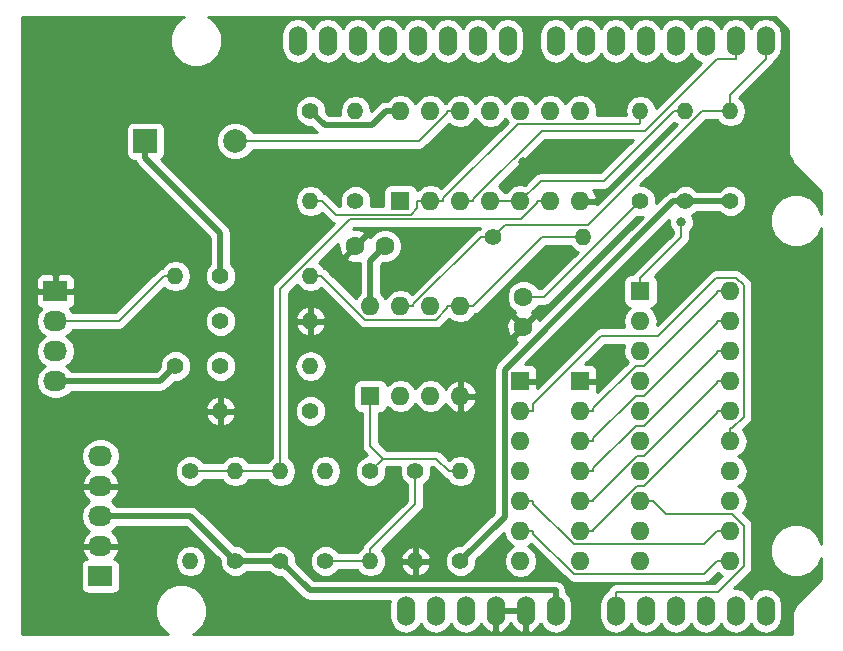
<source format=gtl>
G04 #@! TF.FileFunction,Copper,L1,Top,Signal*
%FSLAX46Y46*%
G04 Gerber Fmt 4.6, Leading zero omitted, Abs format (unit mm)*
G04 Created by KiCad (PCBNEW 4.0.6) date 2018 June 04, Monday 22:32:25*
%MOMM*%
%LPD*%
G01*
G04 APERTURE LIST*
%ADD10C,0.150000*%
%ADD11C,1.600000*%
%ADD12R,2.032000X1.727200*%
%ADD13O,2.032000X1.727200*%
%ADD14C,1.400000*%
%ADD15O,1.400000X1.400000*%
%ADD16R,1.600000X1.600000*%
%ADD17O,1.600000X1.600000*%
%ADD18O,1.524000X2.540000*%
%ADD19R,2.000000X2.000000*%
%ADD20C,2.000000*%
%ADD21C,0.800000*%
%ADD22C,0.500000*%
%ADD23C,0.200000*%
%ADD24C,0.254000*%
G04 APERTURE END LIST*
D10*
D11*
X161290000Y-92710000D03*
X163790000Y-92710000D03*
X175514000Y-97028000D03*
X175514000Y-99528000D03*
D12*
X139700000Y-120650000D03*
D13*
X139700000Y-118110000D03*
X139700000Y-115570000D03*
X139700000Y-113030000D03*
X139700000Y-110490000D03*
D12*
X135890000Y-96520000D03*
D13*
X135890000Y-99060000D03*
X135890000Y-101600000D03*
X135890000Y-104140000D03*
D14*
X147320000Y-111760000D03*
D15*
X147320000Y-119380000D03*
D14*
X161290000Y-88900000D03*
D15*
X161290000Y-81280000D03*
D14*
X166370000Y-111760000D03*
D15*
X166370000Y-119380000D03*
D14*
X158750000Y-119380000D03*
D15*
X158750000Y-111760000D03*
D14*
X162560000Y-111760000D03*
D15*
X162560000Y-119380000D03*
D14*
X151130000Y-119380000D03*
D15*
X151130000Y-111760000D03*
D14*
X154940000Y-119380000D03*
D15*
X154940000Y-111760000D03*
D14*
X170180000Y-119380000D03*
D15*
X170180000Y-111760000D03*
D14*
X146050000Y-102870000D03*
D15*
X146050000Y-95250000D03*
D14*
X189230000Y-88900000D03*
D15*
X189230000Y-81280000D03*
D14*
X157480000Y-81280000D03*
D15*
X157480000Y-88900000D03*
D14*
X185420000Y-88900000D03*
D15*
X185420000Y-81280000D03*
D14*
X149860000Y-95250000D03*
D15*
X157480000Y-95250000D03*
D14*
X149860000Y-99060000D03*
D15*
X157480000Y-99060000D03*
D14*
X172974000Y-91948000D03*
D15*
X180594000Y-91948000D03*
D14*
X193040000Y-88900000D03*
D15*
X193040000Y-81280000D03*
D14*
X149860000Y-102870000D03*
D15*
X157480000Y-102870000D03*
D14*
X157480000Y-106680000D03*
D15*
X149860000Y-106680000D03*
D16*
X175260000Y-104140000D03*
D17*
X175260000Y-106680000D03*
X175260000Y-109220000D03*
X175260000Y-111760000D03*
X175260000Y-114300000D03*
X175260000Y-116840000D03*
X175260000Y-119380000D03*
D16*
X180340000Y-104140000D03*
D17*
X180340000Y-106680000D03*
X180340000Y-109220000D03*
X180340000Y-111760000D03*
X180340000Y-114300000D03*
X180340000Y-116840000D03*
X180340000Y-119380000D03*
D18*
X196030000Y-123581000D03*
X193490000Y-123581000D03*
X190950000Y-123581000D03*
X183330000Y-123581000D03*
X185870000Y-123581000D03*
X188410000Y-123581000D03*
X178250000Y-123581000D03*
X175710000Y-123581000D03*
X173170000Y-123581000D03*
X168090000Y-123581000D03*
X165550000Y-123581000D03*
X196030000Y-75321000D03*
X193490000Y-75321000D03*
X190950000Y-75321000D03*
X188410000Y-75321000D03*
X185870000Y-75321000D03*
X183330000Y-75321000D03*
X180790000Y-75321000D03*
X178250000Y-75321000D03*
X174186000Y-75321000D03*
X171646000Y-75321000D03*
X169106000Y-75321000D03*
X166566000Y-75321000D03*
X164026000Y-75321000D03*
X161486000Y-75321000D03*
X158946000Y-75321000D03*
X156406000Y-75321000D03*
X170630000Y-123581000D03*
D16*
X185420000Y-96520000D03*
D17*
X193040000Y-119380000D03*
X185420000Y-99060000D03*
X193040000Y-116840000D03*
X185420000Y-101600000D03*
X193040000Y-114300000D03*
X185420000Y-104140000D03*
X193040000Y-111760000D03*
X185420000Y-106680000D03*
X193040000Y-109220000D03*
X185420000Y-109220000D03*
X193040000Y-106680000D03*
X185420000Y-111760000D03*
X193040000Y-104140000D03*
X185420000Y-114300000D03*
X193040000Y-101600000D03*
X185420000Y-116840000D03*
X193040000Y-99060000D03*
X185420000Y-119380000D03*
X193040000Y-96520000D03*
D16*
X162560000Y-105410000D03*
D17*
X170180000Y-97790000D03*
X165100000Y-105410000D03*
X167640000Y-97790000D03*
X167640000Y-105410000D03*
X165100000Y-97790000D03*
X170180000Y-105410000D03*
X162560000Y-97790000D03*
D16*
X165100000Y-88900000D03*
D17*
X180340000Y-81280000D03*
X167640000Y-88900000D03*
X177800000Y-81280000D03*
X170180000Y-88900000D03*
X175260000Y-81280000D03*
X172720000Y-88900000D03*
X172720000Y-81280000D03*
X175260000Y-88900000D03*
X170180000Y-81280000D03*
X177800000Y-88900000D03*
X167640000Y-81280000D03*
X180340000Y-88900000D03*
X165100000Y-81280000D03*
D19*
X143510000Y-83820000D03*
D20*
X151110000Y-83820000D03*
D21*
X187452000Y-91694000D03*
X180340000Y-98806000D03*
X153924000Y-91948000D03*
X171704000Y-83058000D03*
X175514000Y-85598000D03*
X179324000Y-85598000D03*
X188889600Y-90685400D03*
D22*
X180340000Y-98806000D02*
X187452000Y-91694000D01*
X153924000Y-88138000D02*
X153924000Y-91948000D01*
X156464000Y-85598000D02*
X153924000Y-88138000D01*
X169164000Y-85598000D02*
X156464000Y-85598000D01*
X171704000Y-83058000D02*
X169164000Y-85598000D01*
X179324000Y-85598000D02*
X175514000Y-85598000D01*
X193040000Y-88900000D02*
X189230000Y-88900000D01*
X144780000Y-104140000D02*
X135890000Y-104140000D01*
X146050000Y-102870000D02*
X144780000Y-104140000D01*
X149860000Y-91620300D02*
X149860000Y-95250000D01*
X143510000Y-85270300D02*
X149860000Y-91620300D01*
X143510000Y-83820000D02*
X143510000Y-85270300D01*
X162560000Y-93940000D02*
X163790000Y-92710000D01*
X162560000Y-97790000D02*
X162560000Y-93940000D01*
X158672900Y-82472900D02*
X157480000Y-81280000D01*
X162656800Y-82472900D02*
X158672900Y-82472900D01*
X163849700Y-81280000D02*
X162656800Y-82472900D01*
X165100000Y-81280000D02*
X163849700Y-81280000D01*
X188203300Y-88900000D02*
X189230000Y-88900000D01*
X173920800Y-103182500D02*
X188203300Y-88900000D01*
X173920800Y-115639200D02*
X173920800Y-103182500D01*
X170180000Y-119380000D02*
X173920800Y-115639200D01*
D23*
X177292000Y-97028000D02*
X175514000Y-97028000D01*
X185420000Y-88900000D02*
X177292000Y-97028000D01*
D22*
X178250000Y-123581000D02*
X178250000Y-121860700D01*
X147320000Y-115570000D02*
X139700000Y-115570000D01*
X151130000Y-119380000D02*
X147320000Y-115570000D01*
X157420700Y-121860700D02*
X154940000Y-119380000D01*
X178250000Y-121860700D02*
X157420700Y-121860700D01*
X154940000Y-119380000D02*
X151130000Y-119380000D01*
D23*
X166677200Y-83820000D02*
X151110000Y-83820000D01*
X169079700Y-81417500D02*
X166677200Y-83820000D01*
X169079700Y-81280000D02*
X169079700Y-81417500D01*
X170180000Y-81280000D02*
X169079700Y-81280000D01*
X141239700Y-99060000D02*
X135890000Y-99060000D01*
X145049700Y-95250000D02*
X141239700Y-99060000D01*
X146050000Y-95250000D02*
X145049700Y-95250000D01*
X151130000Y-111760000D02*
X147320000Y-111760000D01*
X151130000Y-111760000D02*
X152130300Y-111760000D01*
X154940000Y-111760000D02*
X152130300Y-111760000D01*
X154940000Y-96359300D02*
X154940000Y-111760000D01*
X160852500Y-90446800D02*
X154940000Y-96359300D01*
X175290400Y-90446800D02*
X160852500Y-90446800D01*
X176699700Y-89037500D02*
X175290400Y-90446800D01*
X176699700Y-88900000D02*
X176699700Y-89037500D01*
X177800000Y-88900000D02*
X176699700Y-88900000D01*
X158750000Y-119380000D02*
X162560000Y-119380000D01*
X166370000Y-114569700D02*
X166370000Y-111760000D01*
X162560000Y-118379700D02*
X166370000Y-114569700D01*
X162560000Y-119380000D02*
X162560000Y-118379700D01*
X189230000Y-81280000D02*
X188229700Y-81280000D01*
X172720000Y-88900000D02*
X173820300Y-88900000D01*
X176961100Y-87198900D02*
X175260000Y-88900000D01*
X182310800Y-87198900D02*
X176961100Y-87198900D01*
X188229700Y-81280000D02*
X182310800Y-87198900D01*
X175260000Y-88900000D02*
X173820300Y-88900000D01*
X170180000Y-111760000D02*
X169179700Y-111760000D01*
X162560000Y-109642000D02*
X163619000Y-110701000D01*
X162560000Y-105410000D02*
X162560000Y-109642000D01*
X168120700Y-110701000D02*
X163619000Y-110701000D01*
X169179700Y-111760000D02*
X168120700Y-110701000D01*
X163619000Y-110701000D02*
X162560000Y-111760000D01*
X159626700Y-90046400D02*
X158480300Y-88900000D01*
X165995000Y-90046400D02*
X159626700Y-90046400D01*
X166539700Y-89501700D02*
X165995000Y-90046400D01*
X166539700Y-88900000D02*
X166539700Y-89501700D01*
X167640000Y-88900000D02*
X166539700Y-88900000D01*
X157480000Y-88900000D02*
X158480300Y-88900000D01*
X185420000Y-81280000D02*
X185420000Y-82280300D01*
X167640000Y-88900000D02*
X168740300Y-88900000D01*
X185319900Y-82380400D02*
X185420000Y-82280300D01*
X175031900Y-82380400D02*
X185319900Y-82380400D01*
X168740300Y-88672000D02*
X175031900Y-82380400D01*
X168740300Y-88900000D02*
X168740300Y-88672000D01*
X157480000Y-95250000D02*
X158480300Y-95250000D01*
X177122300Y-91948000D02*
X180594000Y-91948000D01*
X171280300Y-97790000D02*
X177122300Y-91948000D01*
X158480300Y-95353600D02*
X158480300Y-95250000D01*
X162069500Y-98942800D02*
X158480300Y-95353600D01*
X168064400Y-98942800D02*
X162069500Y-98942800D01*
X169079700Y-97927500D02*
X168064400Y-98942800D01*
X169079700Y-97790000D02*
X169079700Y-97927500D01*
X170180000Y-97790000D02*
X169079700Y-97790000D01*
X170180000Y-97790000D02*
X171280300Y-97790000D01*
X165100000Y-97790000D02*
X166200300Y-97790000D01*
X193040000Y-79881300D02*
X196030000Y-76891300D01*
X193040000Y-81280000D02*
X193040000Y-79881300D01*
X196030000Y-75321000D02*
X196030000Y-76891300D01*
X171904800Y-91948000D02*
X172974000Y-91948000D01*
X166200300Y-97652500D02*
X171904800Y-91948000D01*
X166200300Y-97790000D02*
X166200300Y-97652500D01*
X190644800Y-81280000D02*
X193040000Y-81280000D01*
X180977200Y-90947600D02*
X190644800Y-81280000D01*
X173974400Y-90947600D02*
X180977200Y-90947600D01*
X172974000Y-91948000D02*
X173974400Y-90947600D01*
X176360300Y-106062900D02*
X176360300Y-106680000D01*
X182093200Y-100330000D02*
X176360300Y-106062900D01*
X186903900Y-100330000D02*
X182093200Y-100330000D01*
X191850800Y-95383100D02*
X186903900Y-100330000D01*
X193508300Y-95383100D02*
X191850800Y-95383100D01*
X194149800Y-96024600D02*
X193508300Y-95383100D01*
X194149800Y-107147400D02*
X194149800Y-96024600D01*
X193177500Y-108119700D02*
X194149800Y-107147400D01*
X193040000Y-108119700D02*
X193177500Y-108119700D01*
X193040000Y-109220000D02*
X193040000Y-108119700D01*
X175260000Y-106680000D02*
X176360300Y-106680000D01*
X176360300Y-114528000D02*
X176360300Y-114300000D01*
X179783500Y-117951200D02*
X176360300Y-114528000D01*
X190828500Y-117951200D02*
X179783500Y-117951200D01*
X191939700Y-116840000D02*
X190828500Y-117951200D01*
X193040000Y-116840000D02*
X191939700Y-116840000D01*
X175260000Y-114300000D02*
X176360300Y-114300000D01*
X176360300Y-117068000D02*
X176360300Y-116840000D01*
X179778400Y-120486100D02*
X176360300Y-117068000D01*
X190833600Y-120486100D02*
X179778400Y-120486100D01*
X191939700Y-119380000D02*
X190833600Y-120486100D01*
X193040000Y-119380000D02*
X191939700Y-119380000D01*
X175260000Y-116840000D02*
X176360300Y-116840000D01*
X181440300Y-106452000D02*
X181440300Y-106680000D01*
X185022300Y-102870000D02*
X181440300Y-106452000D01*
X185727200Y-102870000D02*
X185022300Y-102870000D01*
X191939700Y-96657500D02*
X185727200Y-102870000D01*
X191939700Y-96520000D02*
X191939700Y-96657500D01*
X193040000Y-96520000D02*
X191939700Y-96520000D01*
X180340000Y-106680000D02*
X181440300Y-106680000D01*
X181440300Y-108992000D02*
X181440300Y-109220000D01*
X185022300Y-105410000D02*
X181440300Y-108992000D01*
X185727200Y-105410000D02*
X185022300Y-105410000D01*
X191939700Y-99197500D02*
X185727200Y-105410000D01*
X191939700Y-99060000D02*
X191939700Y-99197500D01*
X193040000Y-99060000D02*
X191939700Y-99060000D01*
X180340000Y-109220000D02*
X181440300Y-109220000D01*
X181440300Y-111532000D02*
X181440300Y-111760000D01*
X185022300Y-107950000D02*
X181440300Y-111532000D01*
X185727200Y-107950000D02*
X185022300Y-107950000D01*
X191939700Y-101737500D02*
X185727200Y-107950000D01*
X191939700Y-101600000D02*
X191939700Y-101737500D01*
X193040000Y-101600000D02*
X191939700Y-101600000D01*
X180340000Y-111760000D02*
X181440300Y-111760000D01*
X193040000Y-104140000D02*
X191939700Y-104140000D01*
X180340000Y-114300000D02*
X181440300Y-114300000D01*
X191939700Y-104277500D02*
X191939700Y-104140000D01*
X185727200Y-110490000D02*
X191939700Y-104277500D01*
X185132100Y-110490000D02*
X185727200Y-110490000D01*
X181440300Y-114181800D02*
X185132100Y-110490000D01*
X181440300Y-114300000D02*
X181440300Y-114181800D01*
X193040000Y-106680000D02*
X191939700Y-106680000D01*
X180340000Y-116840000D02*
X181440300Y-116840000D01*
X191939700Y-106817500D02*
X191939700Y-106680000D01*
X185727200Y-113030000D02*
X191939700Y-106817500D01*
X185132100Y-113030000D02*
X185727200Y-113030000D01*
X181440300Y-116721800D02*
X185132100Y-113030000D01*
X181440300Y-116840000D02*
X181440300Y-116721800D01*
X191979900Y-122010700D02*
X183330000Y-122010700D01*
X194161500Y-119829100D02*
X191979900Y-122010700D01*
X194161500Y-116377700D02*
X194161500Y-119829100D01*
X193184100Y-115400300D02*
X194161500Y-116377700D01*
X187620600Y-115400300D02*
X193184100Y-115400300D01*
X186520300Y-114300000D02*
X187620600Y-115400300D01*
X185420000Y-114300000D02*
X186520300Y-114300000D01*
X183330000Y-123581000D02*
X183330000Y-122010700D01*
X191919700Y-76891300D02*
X193490000Y-76891300D01*
X185826100Y-82984900D02*
X191919700Y-76891300D01*
X177057900Y-82984900D02*
X185826100Y-82984900D01*
X171280300Y-88762500D02*
X177057900Y-82984900D01*
X171280300Y-88900000D02*
X171280300Y-88762500D01*
X170180000Y-88900000D02*
X171280300Y-88900000D01*
X193490000Y-75321000D02*
X193490000Y-76891300D01*
X188889600Y-91950100D02*
X188889600Y-90685400D01*
X185420000Y-95419700D02*
X188889600Y-91950100D01*
X185420000Y-96520000D02*
X185420000Y-95419700D01*
D24*
G36*
X146512700Y-73435758D02*
X145886955Y-74060411D01*
X145547887Y-74876978D01*
X145547115Y-75761143D01*
X145884758Y-76578300D01*
X146509411Y-77204045D01*
X147325978Y-77543113D01*
X148210143Y-77543885D01*
X149027300Y-77206242D01*
X149653045Y-76581589D01*
X149992113Y-75765022D01*
X149992885Y-74880857D01*
X149949427Y-74775679D01*
X155009000Y-74775679D01*
X155009000Y-75866321D01*
X155115340Y-76400930D01*
X155418172Y-76854149D01*
X155871391Y-77156981D01*
X156406000Y-77263321D01*
X156940609Y-77156981D01*
X157393828Y-76854149D01*
X157676000Y-76431850D01*
X157958172Y-76854149D01*
X158411391Y-77156981D01*
X158946000Y-77263321D01*
X159480609Y-77156981D01*
X159933828Y-76854149D01*
X160216000Y-76431850D01*
X160498172Y-76854149D01*
X160951391Y-77156981D01*
X161486000Y-77263321D01*
X162020609Y-77156981D01*
X162473828Y-76854149D01*
X162756000Y-76431850D01*
X163038172Y-76854149D01*
X163491391Y-77156981D01*
X164026000Y-77263321D01*
X164560609Y-77156981D01*
X165013828Y-76854149D01*
X165296000Y-76431850D01*
X165578172Y-76854149D01*
X166031391Y-77156981D01*
X166566000Y-77263321D01*
X167100609Y-77156981D01*
X167553828Y-76854149D01*
X167836000Y-76431850D01*
X168118172Y-76854149D01*
X168571391Y-77156981D01*
X169106000Y-77263321D01*
X169640609Y-77156981D01*
X170093828Y-76854149D01*
X170376000Y-76431850D01*
X170658172Y-76854149D01*
X171111391Y-77156981D01*
X171646000Y-77263321D01*
X172180609Y-77156981D01*
X172633828Y-76854149D01*
X172916000Y-76431850D01*
X173198172Y-76854149D01*
X173651391Y-77156981D01*
X174186000Y-77263321D01*
X174720609Y-77156981D01*
X175173828Y-76854149D01*
X175476660Y-76400930D01*
X175583000Y-75866321D01*
X175583000Y-74775679D01*
X175476660Y-74241070D01*
X175173828Y-73787851D01*
X174720609Y-73485019D01*
X174186000Y-73378679D01*
X173651391Y-73485019D01*
X173198172Y-73787851D01*
X172916000Y-74210150D01*
X172633828Y-73787851D01*
X172180609Y-73485019D01*
X171646000Y-73378679D01*
X171111391Y-73485019D01*
X170658172Y-73787851D01*
X170376000Y-74210150D01*
X170093828Y-73787851D01*
X169640609Y-73485019D01*
X169106000Y-73378679D01*
X168571391Y-73485019D01*
X168118172Y-73787851D01*
X167836000Y-74210150D01*
X167553828Y-73787851D01*
X167100609Y-73485019D01*
X166566000Y-73378679D01*
X166031391Y-73485019D01*
X165578172Y-73787851D01*
X165296000Y-74210150D01*
X165013828Y-73787851D01*
X164560609Y-73485019D01*
X164026000Y-73378679D01*
X163491391Y-73485019D01*
X163038172Y-73787851D01*
X162756000Y-74210150D01*
X162473828Y-73787851D01*
X162020609Y-73485019D01*
X161486000Y-73378679D01*
X160951391Y-73485019D01*
X160498172Y-73787851D01*
X160216000Y-74210150D01*
X159933828Y-73787851D01*
X159480609Y-73485019D01*
X158946000Y-73378679D01*
X158411391Y-73485019D01*
X157958172Y-73787851D01*
X157676000Y-74210150D01*
X157393828Y-73787851D01*
X156940609Y-73485019D01*
X156406000Y-73378679D01*
X155871391Y-73485019D01*
X155418172Y-73787851D01*
X155115340Y-74241070D01*
X155009000Y-74775679D01*
X149949427Y-74775679D01*
X149655242Y-74063700D01*
X149030589Y-73437955D01*
X148768196Y-73329000D01*
X196820264Y-73329000D01*
X197943000Y-74451736D01*
X197943000Y-84836000D01*
X197995143Y-85098138D01*
X198143632Y-85320368D01*
X198247000Y-85423736D01*
X198247000Y-85598000D01*
X198257006Y-85647410D01*
X198284197Y-85687803D01*
X200737000Y-88140606D01*
X200737000Y-89985605D01*
X200455242Y-89303700D01*
X199830589Y-88677955D01*
X199014022Y-88338887D01*
X198129857Y-88338115D01*
X197312700Y-88675758D01*
X196686955Y-89300411D01*
X196347887Y-90116978D01*
X196347115Y-91001143D01*
X196684758Y-91818300D01*
X197309411Y-92444045D01*
X198125978Y-92783113D01*
X199010143Y-92783885D01*
X199827300Y-92446242D01*
X200453045Y-91821589D01*
X200737000Y-91137749D01*
X200737000Y-117925605D01*
X200455242Y-117243700D01*
X199830589Y-116617955D01*
X199014022Y-116278887D01*
X198129857Y-116278115D01*
X197312700Y-116615758D01*
X196686955Y-117240411D01*
X196347887Y-118056978D01*
X196347115Y-118941143D01*
X196684758Y-119758300D01*
X197309411Y-120384045D01*
X198125978Y-120723113D01*
X199010143Y-120723885D01*
X199827300Y-120386242D01*
X200453045Y-119761589D01*
X200737000Y-119077749D01*
X200737000Y-120874264D01*
X198651632Y-122959632D01*
X198503143Y-123181862D01*
X198451647Y-123440747D01*
X198284197Y-123608197D01*
X198256334Y-123650211D01*
X198247000Y-123698000D01*
X198247000Y-125553000D01*
X147547330Y-125553000D01*
X147757300Y-125466242D01*
X148383045Y-124841589D01*
X148722113Y-124025022D01*
X148722885Y-123140857D01*
X148385242Y-122323700D01*
X147760589Y-121697955D01*
X146944022Y-121358887D01*
X146059857Y-121358115D01*
X145242700Y-121695758D01*
X144616955Y-122320411D01*
X144277887Y-123136978D01*
X144277115Y-124021143D01*
X144614758Y-124838300D01*
X145239411Y-125464045D01*
X145453639Y-125553000D01*
X133019000Y-125553000D01*
X133019000Y-119786400D01*
X138036560Y-119786400D01*
X138036560Y-121513600D01*
X138080838Y-121748917D01*
X138219910Y-121965041D01*
X138432110Y-122110031D01*
X138684000Y-122161040D01*
X140716000Y-122161040D01*
X140951317Y-122116762D01*
X141167441Y-121977690D01*
X141312431Y-121765490D01*
X141363440Y-121513600D01*
X141363440Y-119786400D01*
X141319162Y-119551083D01*
X141192244Y-119353846D01*
X145985000Y-119353846D01*
X145985000Y-119406154D01*
X146086621Y-119917036D01*
X146376012Y-120350142D01*
X146809118Y-120639533D01*
X147320000Y-120741154D01*
X147830882Y-120639533D01*
X148263988Y-120350142D01*
X148553379Y-119917036D01*
X148655000Y-119406154D01*
X148655000Y-119353846D01*
X148553379Y-118842964D01*
X148263988Y-118409858D01*
X147830882Y-118120467D01*
X147320000Y-118018846D01*
X146809118Y-118120467D01*
X146376012Y-118409858D01*
X146086621Y-118842964D01*
X145985000Y-119353846D01*
X141192244Y-119353846D01*
X141180090Y-119334959D01*
X140967890Y-119189969D01*
X140873073Y-119170768D01*
X141050732Y-119012036D01*
X141304709Y-118484791D01*
X141307358Y-118469026D01*
X141186217Y-118237000D01*
X139827000Y-118237000D01*
X139827000Y-118257000D01*
X139573000Y-118257000D01*
X139573000Y-118237000D01*
X138213783Y-118237000D01*
X138092642Y-118469026D01*
X138095291Y-118484791D01*
X138349268Y-119012036D01*
X138524845Y-119168907D01*
X138448683Y-119183238D01*
X138232559Y-119322310D01*
X138087569Y-119534510D01*
X138036560Y-119786400D01*
X133019000Y-119786400D01*
X133019000Y-115570000D01*
X138016655Y-115570000D01*
X138130729Y-116143489D01*
X138455585Y-116629670D01*
X138765069Y-116836461D01*
X138349268Y-117207964D01*
X138095291Y-117735209D01*
X138092642Y-117750974D01*
X138213783Y-117983000D01*
X139573000Y-117983000D01*
X139573000Y-117963000D01*
X139827000Y-117963000D01*
X139827000Y-117983000D01*
X141186217Y-117983000D01*
X141307358Y-117750974D01*
X141304709Y-117735209D01*
X141050732Y-117207964D01*
X140634931Y-116836461D01*
X140944415Y-116629670D01*
X141061126Y-116455000D01*
X146953420Y-116455000D01*
X149795072Y-119296651D01*
X149794769Y-119644383D01*
X149997582Y-120135229D01*
X150372796Y-120511098D01*
X150863287Y-120714768D01*
X151394383Y-120715231D01*
X151885229Y-120512418D01*
X152133079Y-120265000D01*
X153937127Y-120265000D01*
X154182796Y-120511098D01*
X154673287Y-120714768D01*
X155023494Y-120715073D01*
X156794908Y-122486487D01*
X156794910Y-122486490D01*
X156860661Y-122530423D01*
X157082026Y-122678334D01*
X157420700Y-122745701D01*
X157420705Y-122745700D01*
X164210680Y-122745700D01*
X164153000Y-123035679D01*
X164153000Y-124126321D01*
X164259340Y-124660930D01*
X164562172Y-125114149D01*
X165015391Y-125416981D01*
X165550000Y-125523321D01*
X166084609Y-125416981D01*
X166537828Y-125114149D01*
X166820000Y-124691850D01*
X167102172Y-125114149D01*
X167555391Y-125416981D01*
X168090000Y-125523321D01*
X168624609Y-125416981D01*
X169077828Y-125114149D01*
X169360000Y-124691850D01*
X169642172Y-125114149D01*
X170095391Y-125416981D01*
X170630000Y-125523321D01*
X171164609Y-125416981D01*
X171617828Y-125114149D01*
X171909330Y-124677887D01*
X171927941Y-124740941D01*
X172271974Y-125166630D01*
X172752723Y-125428260D01*
X172826930Y-125443220D01*
X173043000Y-125320720D01*
X173043000Y-123708000D01*
X173297000Y-123708000D01*
X173297000Y-125320720D01*
X173513070Y-125443220D01*
X173587277Y-125428260D01*
X174068026Y-125166630D01*
X174412059Y-124740941D01*
X174440000Y-124646277D01*
X174467941Y-124740941D01*
X174811974Y-125166630D01*
X175292723Y-125428260D01*
X175366930Y-125443220D01*
X175583000Y-125320720D01*
X175583000Y-123708000D01*
X173297000Y-123708000D01*
X173043000Y-123708000D01*
X173023000Y-123708000D01*
X173023000Y-123454000D01*
X173043000Y-123454000D01*
X173043000Y-123434000D01*
X173297000Y-123434000D01*
X173297000Y-123454000D01*
X175583000Y-123454000D01*
X175583000Y-123434000D01*
X175837000Y-123434000D01*
X175837000Y-123454000D01*
X175857000Y-123454000D01*
X175857000Y-123708000D01*
X175837000Y-123708000D01*
X175837000Y-125320720D01*
X176053070Y-125443220D01*
X176127277Y-125428260D01*
X176608026Y-125166630D01*
X176952059Y-124740941D01*
X176970670Y-124677887D01*
X177262172Y-125114149D01*
X177715391Y-125416981D01*
X178250000Y-125523321D01*
X178784609Y-125416981D01*
X179237828Y-125114149D01*
X179540660Y-124660930D01*
X179647000Y-124126321D01*
X179647000Y-123035679D01*
X179540660Y-122501070D01*
X179237828Y-122047851D01*
X179135000Y-121979143D01*
X179135000Y-121860700D01*
X179067633Y-121522025D01*
X178875790Y-121234910D01*
X178588675Y-121043067D01*
X178250000Y-120975700D01*
X157787279Y-120975700D01*
X156455963Y-119644383D01*
X157414769Y-119644383D01*
X157617582Y-120135229D01*
X157992796Y-120511098D01*
X158483287Y-120714768D01*
X159014383Y-120715231D01*
X159505229Y-120512418D01*
X159881098Y-120137204D01*
X159890318Y-120115000D01*
X161458896Y-120115000D01*
X161616012Y-120350142D01*
X162049118Y-120639533D01*
X162560000Y-120741154D01*
X163070882Y-120639533D01*
X163503988Y-120350142D01*
X163793379Y-119917036D01*
X163833898Y-119713331D01*
X165077273Y-119713331D01*
X165303236Y-120182663D01*
X165691604Y-120529797D01*
X166036671Y-120672716D01*
X166243000Y-120549374D01*
X166243000Y-119507000D01*
X166497000Y-119507000D01*
X166497000Y-120549374D01*
X166703329Y-120672716D01*
X167048396Y-120529797D01*
X167436764Y-120182663D01*
X167662727Y-119713331D01*
X167540206Y-119507000D01*
X166497000Y-119507000D01*
X166243000Y-119507000D01*
X165199794Y-119507000D01*
X165077273Y-119713331D01*
X163833898Y-119713331D01*
X163895000Y-119406154D01*
X163895000Y-119353846D01*
X163833899Y-119046669D01*
X165077273Y-119046669D01*
X165199794Y-119253000D01*
X166243000Y-119253000D01*
X166243000Y-118210626D01*
X166497000Y-118210626D01*
X166497000Y-119253000D01*
X167540206Y-119253000D01*
X167662727Y-119046669D01*
X167436764Y-118577337D01*
X167048396Y-118230203D01*
X166703329Y-118087284D01*
X166497000Y-118210626D01*
X166243000Y-118210626D01*
X166036671Y-118087284D01*
X165691604Y-118230203D01*
X165303236Y-118577337D01*
X165077273Y-119046669D01*
X163833899Y-119046669D01*
X163793379Y-118842964D01*
X163530143Y-118449003D01*
X166889724Y-115089423D01*
X167049051Y-114850972D01*
X167105000Y-114569700D01*
X167105000Y-112900776D01*
X167125229Y-112892418D01*
X167501098Y-112517204D01*
X167704768Y-112026713D01*
X167705231Y-111495617D01*
X167680598Y-111436000D01*
X167816254Y-111436000D01*
X168659976Y-112279723D01*
X168766574Y-112350949D01*
X168898428Y-112439051D01*
X169063444Y-112471875D01*
X169236012Y-112730142D01*
X169669118Y-113019533D01*
X170180000Y-113121154D01*
X170690882Y-113019533D01*
X171123988Y-112730142D01*
X171413379Y-112297036D01*
X171515000Y-111786154D01*
X171515000Y-111733846D01*
X171413379Y-111222964D01*
X171123988Y-110789858D01*
X170690882Y-110500467D01*
X170180000Y-110398846D01*
X169669118Y-110500467D01*
X169243800Y-110784654D01*
X168640423Y-110181277D01*
X168401972Y-110021949D01*
X168120700Y-109966000D01*
X163923447Y-109966000D01*
X163295000Y-109337554D01*
X163295000Y-106857440D01*
X163360000Y-106857440D01*
X163595317Y-106813162D01*
X163811441Y-106674090D01*
X163956431Y-106461890D01*
X163987815Y-106306911D01*
X164085302Y-106452811D01*
X164550849Y-106763880D01*
X165100000Y-106873113D01*
X165649151Y-106763880D01*
X166114698Y-106452811D01*
X166370000Y-106070725D01*
X166625302Y-106452811D01*
X167090849Y-106763880D01*
X167640000Y-106873113D01*
X168189151Y-106763880D01*
X168654698Y-106452811D01*
X168924986Y-106048297D01*
X169027611Y-106265134D01*
X169442577Y-106641041D01*
X169830961Y-106801904D01*
X170053000Y-106679915D01*
X170053000Y-105537000D01*
X170307000Y-105537000D01*
X170307000Y-106679915D01*
X170529039Y-106801904D01*
X170917423Y-106641041D01*
X171332389Y-106265134D01*
X171571914Y-105759041D01*
X171450629Y-105537000D01*
X170307000Y-105537000D01*
X170053000Y-105537000D01*
X170033000Y-105537000D01*
X170033000Y-105283000D01*
X170053000Y-105283000D01*
X170053000Y-104140085D01*
X170307000Y-104140085D01*
X170307000Y-105283000D01*
X171450629Y-105283000D01*
X171571914Y-105060959D01*
X171332389Y-104554866D01*
X170917423Y-104178959D01*
X170529039Y-104018096D01*
X170307000Y-104140085D01*
X170053000Y-104140085D01*
X169830961Y-104018096D01*
X169442577Y-104178959D01*
X169027611Y-104554866D01*
X168924986Y-104771703D01*
X168654698Y-104367189D01*
X168189151Y-104056120D01*
X167640000Y-103946887D01*
X167090849Y-104056120D01*
X166625302Y-104367189D01*
X166370000Y-104749275D01*
X166114698Y-104367189D01*
X165649151Y-104056120D01*
X165100000Y-103946887D01*
X164550849Y-104056120D01*
X164085302Y-104367189D01*
X163988899Y-104511465D01*
X163963162Y-104374683D01*
X163824090Y-104158559D01*
X163611890Y-104013569D01*
X163360000Y-103962560D01*
X161760000Y-103962560D01*
X161524683Y-104006838D01*
X161308559Y-104145910D01*
X161163569Y-104358110D01*
X161112560Y-104610000D01*
X161112560Y-106210000D01*
X161156838Y-106445317D01*
X161295910Y-106661441D01*
X161508110Y-106806431D01*
X161760000Y-106857440D01*
X161825000Y-106857440D01*
X161825000Y-109642000D01*
X161876131Y-109899051D01*
X161880949Y-109923272D01*
X162040277Y-110161723D01*
X162303329Y-110424776D01*
X162295617Y-110424769D01*
X161804771Y-110627582D01*
X161428902Y-111002796D01*
X161225232Y-111493287D01*
X161224769Y-112024383D01*
X161427582Y-112515229D01*
X161802796Y-112891098D01*
X162293287Y-113094768D01*
X162824383Y-113095231D01*
X163315229Y-112892418D01*
X163691098Y-112517204D01*
X163894768Y-112026713D01*
X163895231Y-111495617D01*
X163886050Y-111473397D01*
X163923447Y-111436000D01*
X165059020Y-111436000D01*
X165035232Y-111493287D01*
X165034769Y-112024383D01*
X165237582Y-112515229D01*
X165612796Y-112891098D01*
X165635000Y-112900318D01*
X165635000Y-114265253D01*
X162040277Y-117859977D01*
X161880949Y-118098428D01*
X161850116Y-118253435D01*
X161616012Y-118409858D01*
X161458896Y-118645000D01*
X159890776Y-118645000D01*
X159882418Y-118624771D01*
X159507204Y-118248902D01*
X159016713Y-118045232D01*
X158485617Y-118044769D01*
X157994771Y-118247582D01*
X157618902Y-118622796D01*
X157415232Y-119113287D01*
X157414769Y-119644383D01*
X156455963Y-119644383D01*
X156274928Y-119463348D01*
X156275231Y-119115617D01*
X156072418Y-118624771D01*
X155697204Y-118248902D01*
X155206713Y-118045232D01*
X154675617Y-118044769D01*
X154184771Y-118247582D01*
X153936921Y-118495000D01*
X152132873Y-118495000D01*
X151887204Y-118248902D01*
X151396713Y-118045232D01*
X151046506Y-118044927D01*
X147945790Y-114944210D01*
X147850554Y-114880576D01*
X147658675Y-114752367D01*
X147602484Y-114741190D01*
X147320000Y-114684999D01*
X147319995Y-114685000D01*
X141061126Y-114685000D01*
X140944415Y-114510330D01*
X140634931Y-114303539D01*
X141050732Y-113932036D01*
X141304709Y-113404791D01*
X141307358Y-113389026D01*
X141186217Y-113157000D01*
X139827000Y-113157000D01*
X139827000Y-113177000D01*
X139573000Y-113177000D01*
X139573000Y-113157000D01*
X138213783Y-113157000D01*
X138092642Y-113389026D01*
X138095291Y-113404791D01*
X138349268Y-113932036D01*
X138765069Y-114303539D01*
X138455585Y-114510330D01*
X138130729Y-114996511D01*
X138016655Y-115570000D01*
X133019000Y-115570000D01*
X133019000Y-110490000D01*
X138016655Y-110490000D01*
X138130729Y-111063489D01*
X138455585Y-111549670D01*
X138765069Y-111756461D01*
X138349268Y-112127964D01*
X138095291Y-112655209D01*
X138092642Y-112670974D01*
X138213783Y-112903000D01*
X139573000Y-112903000D01*
X139573000Y-112883000D01*
X139827000Y-112883000D01*
X139827000Y-112903000D01*
X141186217Y-112903000D01*
X141307358Y-112670974D01*
X141304709Y-112655209D01*
X141050732Y-112127964D01*
X140934801Y-112024383D01*
X145984769Y-112024383D01*
X146187582Y-112515229D01*
X146562796Y-112891098D01*
X147053287Y-113094768D01*
X147584383Y-113095231D01*
X148075229Y-112892418D01*
X148451098Y-112517204D01*
X148460318Y-112495000D01*
X150028896Y-112495000D01*
X150186012Y-112730142D01*
X150619118Y-113019533D01*
X151130000Y-113121154D01*
X151640882Y-113019533D01*
X152073988Y-112730142D01*
X152231104Y-112495000D01*
X153838896Y-112495000D01*
X153996012Y-112730142D01*
X154429118Y-113019533D01*
X154940000Y-113121154D01*
X155450882Y-113019533D01*
X155883988Y-112730142D01*
X156173379Y-112297036D01*
X156275000Y-111786154D01*
X156275000Y-111733846D01*
X157415000Y-111733846D01*
X157415000Y-111786154D01*
X157516621Y-112297036D01*
X157806012Y-112730142D01*
X158239118Y-113019533D01*
X158750000Y-113121154D01*
X159260882Y-113019533D01*
X159693988Y-112730142D01*
X159983379Y-112297036D01*
X160085000Y-111786154D01*
X160085000Y-111733846D01*
X159983379Y-111222964D01*
X159693988Y-110789858D01*
X159260882Y-110500467D01*
X158750000Y-110398846D01*
X158239118Y-110500467D01*
X157806012Y-110789858D01*
X157516621Y-111222964D01*
X157415000Y-111733846D01*
X156275000Y-111733846D01*
X156173379Y-111222964D01*
X155883988Y-110789858D01*
X155675000Y-110650217D01*
X155675000Y-106944383D01*
X156144769Y-106944383D01*
X156347582Y-107435229D01*
X156722796Y-107811098D01*
X157213287Y-108014768D01*
X157744383Y-108015231D01*
X158235229Y-107812418D01*
X158611098Y-107437204D01*
X158814768Y-106946713D01*
X158815231Y-106415617D01*
X158612418Y-105924771D01*
X158237204Y-105548902D01*
X157746713Y-105345232D01*
X157215617Y-105344769D01*
X156724771Y-105547582D01*
X156348902Y-105922796D01*
X156145232Y-106413287D01*
X156144769Y-106944383D01*
X155675000Y-106944383D01*
X155675000Y-102870000D01*
X156118846Y-102870000D01*
X156220467Y-103380882D01*
X156509858Y-103813988D01*
X156942964Y-104103379D01*
X157453846Y-104205000D01*
X157506154Y-104205000D01*
X158017036Y-104103379D01*
X158450142Y-103813988D01*
X158739533Y-103380882D01*
X158841154Y-102870000D01*
X158739533Y-102359118D01*
X158450142Y-101926012D01*
X158017036Y-101636621D01*
X157506154Y-101535000D01*
X157453846Y-101535000D01*
X156942964Y-101636621D01*
X156509858Y-101926012D01*
X156220467Y-102359118D01*
X156118846Y-102870000D01*
X155675000Y-102870000D01*
X155675000Y-99393329D01*
X156187284Y-99393329D01*
X156330203Y-99738396D01*
X156677337Y-100126764D01*
X157146669Y-100352727D01*
X157353000Y-100230206D01*
X157353000Y-99187000D01*
X157607000Y-99187000D01*
X157607000Y-100230206D01*
X157813331Y-100352727D01*
X158282663Y-100126764D01*
X158629797Y-99738396D01*
X158772716Y-99393329D01*
X158649374Y-99187000D01*
X157607000Y-99187000D01*
X157353000Y-99187000D01*
X156310626Y-99187000D01*
X156187284Y-99393329D01*
X155675000Y-99393329D01*
X155675000Y-98726671D01*
X156187284Y-98726671D01*
X156310626Y-98933000D01*
X157353000Y-98933000D01*
X157353000Y-97889794D01*
X157607000Y-97889794D01*
X157607000Y-98933000D01*
X158649374Y-98933000D01*
X158772716Y-98726671D01*
X158629797Y-98381604D01*
X158282663Y-97993236D01*
X157813331Y-97767273D01*
X157607000Y-97889794D01*
X157353000Y-97889794D01*
X157146669Y-97767273D01*
X156677337Y-97993236D01*
X156330203Y-98381604D01*
X156187284Y-98726671D01*
X155675000Y-98726671D01*
X155675000Y-96663746D01*
X156363620Y-95975126D01*
X156509858Y-96193988D01*
X156942964Y-96483379D01*
X157453846Y-96585000D01*
X157506154Y-96585000D01*
X158017036Y-96483379D01*
X158348894Y-96261640D01*
X161549776Y-99462523D01*
X161647770Y-99528000D01*
X161788228Y-99621851D01*
X162069500Y-99677800D01*
X168064400Y-99677800D01*
X168345672Y-99621851D01*
X168584123Y-99462523D01*
X168735423Y-99311223D01*
X174067035Y-99311223D01*
X174094222Y-99881454D01*
X174260136Y-100282005D01*
X174506255Y-100356139D01*
X175334395Y-99528000D01*
X174506255Y-98699861D01*
X174260136Y-98773995D01*
X174067035Y-99311223D01*
X168735423Y-99311223D01*
X169194396Y-98852251D01*
X169630849Y-99143880D01*
X170180000Y-99253113D01*
X170729151Y-99143880D01*
X171194698Y-98832811D01*
X171418776Y-98497455D01*
X171561572Y-98469051D01*
X171800023Y-98309723D01*
X177426747Y-92683000D01*
X179484217Y-92683000D01*
X179623858Y-92891988D01*
X180056964Y-93181379D01*
X180092171Y-93188382D01*
X176987554Y-96293000D01*
X176762976Y-96293000D01*
X176731243Y-96216200D01*
X176327923Y-95812176D01*
X175800691Y-95593250D01*
X175229813Y-95592752D01*
X174702200Y-95810757D01*
X174298176Y-96214077D01*
X174079250Y-96741309D01*
X174078752Y-97312187D01*
X174296757Y-97839800D01*
X174700077Y-98243824D01*
X174766544Y-98271423D01*
X174759995Y-98274136D01*
X174685861Y-98520255D01*
X175514000Y-99348395D01*
X176342139Y-98520255D01*
X176268005Y-98274136D01*
X176261517Y-98271804D01*
X176325800Y-98245243D01*
X176729824Y-97841923D01*
X176762596Y-97763000D01*
X177292000Y-97763000D01*
X177573272Y-97707051D01*
X177811723Y-97547723D01*
X185133073Y-90226374D01*
X185153287Y-90234768D01*
X185616549Y-90235172D01*
X176858620Y-98993100D01*
X176767864Y-98773995D01*
X176521745Y-98699861D01*
X175693605Y-99528000D01*
X175707748Y-99542142D01*
X175528142Y-99721748D01*
X175514000Y-99707605D01*
X174685861Y-100535745D01*
X174759995Y-100781864D01*
X174987928Y-100863792D01*
X173295010Y-102556710D01*
X173103167Y-102843825D01*
X173091990Y-102900016D01*
X173035799Y-103182500D01*
X173035800Y-103182505D01*
X173035800Y-115272621D01*
X170263348Y-118045072D01*
X169915617Y-118044769D01*
X169424771Y-118247582D01*
X169048902Y-118622796D01*
X168845232Y-119113287D01*
X168844769Y-119644383D01*
X169047582Y-120135229D01*
X169422796Y-120511098D01*
X169913287Y-120714768D01*
X170444383Y-120715231D01*
X170935229Y-120512418D01*
X171311098Y-120137204D01*
X171514768Y-119646713D01*
X171515073Y-119296507D01*
X173844655Y-116966924D01*
X173934233Y-117417264D01*
X174245302Y-117882811D01*
X174585314Y-118110000D01*
X174245302Y-118337189D01*
X173934233Y-118802736D01*
X173825000Y-119351887D01*
X173825000Y-119408113D01*
X173934233Y-119957264D01*
X174245302Y-120422811D01*
X174710849Y-120733880D01*
X175260000Y-120843113D01*
X175809151Y-120733880D01*
X176274698Y-120422811D01*
X176585767Y-119957264D01*
X176695000Y-119408113D01*
X176695000Y-119351887D01*
X176585767Y-118802736D01*
X176274698Y-118337189D01*
X175934686Y-118110000D01*
X176191354Y-117938500D01*
X179258676Y-121005823D01*
X179486426Y-121158000D01*
X179497128Y-121165151D01*
X179778400Y-121221100D01*
X190833600Y-121221100D01*
X191114872Y-121165151D01*
X191353323Y-121005823D01*
X191984075Y-120375072D01*
X191997189Y-120394698D01*
X192332445Y-120618709D01*
X191675454Y-121275700D01*
X183330000Y-121275700D01*
X183048728Y-121331649D01*
X182810277Y-121490977D01*
X182650949Y-121729428D01*
X182625232Y-121858716D01*
X182342172Y-122047851D01*
X182039340Y-122501070D01*
X181933000Y-123035679D01*
X181933000Y-124126321D01*
X182039340Y-124660930D01*
X182342172Y-125114149D01*
X182795391Y-125416981D01*
X183330000Y-125523321D01*
X183864609Y-125416981D01*
X184317828Y-125114149D01*
X184600000Y-124691850D01*
X184882172Y-125114149D01*
X185335391Y-125416981D01*
X185870000Y-125523321D01*
X186404609Y-125416981D01*
X186857828Y-125114149D01*
X187140000Y-124691850D01*
X187422172Y-125114149D01*
X187875391Y-125416981D01*
X188410000Y-125523321D01*
X188944609Y-125416981D01*
X189397828Y-125114149D01*
X189680000Y-124691850D01*
X189962172Y-125114149D01*
X190415391Y-125416981D01*
X190950000Y-125523321D01*
X191484609Y-125416981D01*
X191937828Y-125114149D01*
X192220000Y-124691850D01*
X192502172Y-125114149D01*
X192955391Y-125416981D01*
X193490000Y-125523321D01*
X194024609Y-125416981D01*
X194477828Y-125114149D01*
X194760000Y-124691850D01*
X195042172Y-125114149D01*
X195495391Y-125416981D01*
X196030000Y-125523321D01*
X196564609Y-125416981D01*
X197017828Y-125114149D01*
X197320660Y-124660930D01*
X197427000Y-124126321D01*
X197427000Y-123035679D01*
X197320660Y-122501070D01*
X197017828Y-122047851D01*
X196564609Y-121745019D01*
X196030000Y-121638679D01*
X195495391Y-121745019D01*
X195042172Y-122047851D01*
X194760000Y-122470150D01*
X194477828Y-122047851D01*
X194024609Y-121745019D01*
X193490000Y-121638679D01*
X193366877Y-121663170D01*
X194681223Y-120348824D01*
X194840551Y-120110372D01*
X194850759Y-120059051D01*
X194896500Y-119829100D01*
X194896500Y-116377700D01*
X194840551Y-116096428D01*
X194767300Y-115986800D01*
X194681223Y-115857976D01*
X194104894Y-115281648D01*
X194393880Y-114849151D01*
X194503113Y-114300000D01*
X194393880Y-113750849D01*
X194082811Y-113285302D01*
X193700725Y-113030000D01*
X194082811Y-112774698D01*
X194393880Y-112309151D01*
X194503113Y-111760000D01*
X194393880Y-111210849D01*
X194082811Y-110745302D01*
X193700725Y-110490000D01*
X194082811Y-110234698D01*
X194393880Y-109769151D01*
X194503113Y-109220000D01*
X194393880Y-108670849D01*
X194102251Y-108234396D01*
X194669524Y-107667123D01*
X194828851Y-107428672D01*
X194831571Y-107415000D01*
X194884800Y-107147400D01*
X194884800Y-96024600D01*
X194828851Y-95743328D01*
X194669523Y-95504877D01*
X194028023Y-94863377D01*
X193789572Y-94704049D01*
X193508300Y-94648100D01*
X191850800Y-94648100D01*
X191569528Y-94704049D01*
X191331076Y-94863377D01*
X186820704Y-99373750D01*
X186883113Y-99060000D01*
X186773880Y-98510849D01*
X186462811Y-98045302D01*
X186318535Y-97948899D01*
X186455317Y-97923162D01*
X186671441Y-97784090D01*
X186816431Y-97571890D01*
X186867440Y-97320000D01*
X186867440Y-95720000D01*
X186823162Y-95484683D01*
X186684090Y-95268559D01*
X186640423Y-95238723D01*
X189409323Y-92469824D01*
X189568651Y-92231372D01*
X189572428Y-92212383D01*
X189624600Y-91950100D01*
X189624600Y-91414118D01*
X189766519Y-91272446D01*
X189924420Y-90892177D01*
X189924779Y-90480429D01*
X189775476Y-90119086D01*
X189985229Y-90032418D01*
X190233079Y-89785000D01*
X192037127Y-89785000D01*
X192282796Y-90031098D01*
X192773287Y-90234768D01*
X193304383Y-90235231D01*
X193795229Y-90032418D01*
X194171098Y-89657204D01*
X194374768Y-89166713D01*
X194375231Y-88635617D01*
X194172418Y-88144771D01*
X193797204Y-87768902D01*
X193306713Y-87565232D01*
X192775617Y-87564769D01*
X192284771Y-87767582D01*
X192036921Y-88015000D01*
X190232873Y-88015000D01*
X189987204Y-87768902D01*
X189496713Y-87565232D01*
X188965617Y-87564769D01*
X188474771Y-87767582D01*
X188226921Y-88015000D01*
X188203305Y-88015000D01*
X188203300Y-88014999D01*
X187864625Y-88082367D01*
X187577510Y-88274210D01*
X187577508Y-88274213D01*
X186754829Y-89096892D01*
X186755231Y-88635617D01*
X186552418Y-88144771D01*
X186177204Y-87768902D01*
X185686713Y-87565232D01*
X185399265Y-87564981D01*
X190949247Y-82015000D01*
X191938896Y-82015000D01*
X192096012Y-82250142D01*
X192529118Y-82539533D01*
X193040000Y-82641154D01*
X193550882Y-82539533D01*
X193983988Y-82250142D01*
X194273379Y-81817036D01*
X194375000Y-81306154D01*
X194375000Y-81253846D01*
X194273379Y-80742964D01*
X193983988Y-80309858D01*
X193784309Y-80176437D01*
X196549724Y-77411023D01*
X196709051Y-77172572D01*
X196734768Y-77043284D01*
X197017828Y-76854149D01*
X197320660Y-76400930D01*
X197427000Y-75866321D01*
X197427000Y-74775679D01*
X197320660Y-74241070D01*
X197017828Y-73787851D01*
X196564609Y-73485019D01*
X196030000Y-73378679D01*
X195495391Y-73485019D01*
X195042172Y-73787851D01*
X194760000Y-74210150D01*
X194477828Y-73787851D01*
X194024609Y-73485019D01*
X193490000Y-73378679D01*
X192955391Y-73485019D01*
X192502172Y-73787851D01*
X192220000Y-74210150D01*
X191937828Y-73787851D01*
X191484609Y-73485019D01*
X190950000Y-73378679D01*
X190415391Y-73485019D01*
X189962172Y-73787851D01*
X189680000Y-74210150D01*
X189397828Y-73787851D01*
X188944609Y-73485019D01*
X188410000Y-73378679D01*
X187875391Y-73485019D01*
X187422172Y-73787851D01*
X187140000Y-74210150D01*
X186857828Y-73787851D01*
X186404609Y-73485019D01*
X185870000Y-73378679D01*
X185335391Y-73485019D01*
X184882172Y-73787851D01*
X184600000Y-74210150D01*
X184317828Y-73787851D01*
X183864609Y-73485019D01*
X183330000Y-73378679D01*
X182795391Y-73485019D01*
X182342172Y-73787851D01*
X182060000Y-74210150D01*
X181777828Y-73787851D01*
X181324609Y-73485019D01*
X180790000Y-73378679D01*
X180255391Y-73485019D01*
X179802172Y-73787851D01*
X179520000Y-74210150D01*
X179237828Y-73787851D01*
X178784609Y-73485019D01*
X178250000Y-73378679D01*
X177715391Y-73485019D01*
X177262172Y-73787851D01*
X176959340Y-74241070D01*
X176853000Y-74775679D01*
X176853000Y-75866321D01*
X176959340Y-76400930D01*
X177262172Y-76854149D01*
X177715391Y-77156981D01*
X178250000Y-77263321D01*
X178784609Y-77156981D01*
X179237828Y-76854149D01*
X179520000Y-76431850D01*
X179802172Y-76854149D01*
X180255391Y-77156981D01*
X180790000Y-77263321D01*
X181324609Y-77156981D01*
X181777828Y-76854149D01*
X182060000Y-76431850D01*
X182342172Y-76854149D01*
X182795391Y-77156981D01*
X183330000Y-77263321D01*
X183864609Y-77156981D01*
X184317828Y-76854149D01*
X184600000Y-76431850D01*
X184882172Y-76854149D01*
X185335391Y-77156981D01*
X185870000Y-77263321D01*
X186404609Y-77156981D01*
X186857828Y-76854149D01*
X187140000Y-76431850D01*
X187422172Y-76854149D01*
X187875391Y-77156981D01*
X188410000Y-77263321D01*
X188944609Y-77156981D01*
X189397828Y-76854149D01*
X189680000Y-76431850D01*
X189962172Y-76854149D01*
X190415391Y-77156981D01*
X190581526Y-77190027D01*
X186715631Y-81055923D01*
X186653379Y-80742964D01*
X186363988Y-80309858D01*
X185930882Y-80020467D01*
X185420000Y-79918846D01*
X184909118Y-80020467D01*
X184476012Y-80309858D01*
X184186621Y-80742964D01*
X184085000Y-81253846D01*
X184085000Y-81306154D01*
X184152480Y-81645400D01*
X181707909Y-81645400D01*
X181775000Y-81308113D01*
X181775000Y-81251887D01*
X181665767Y-80702736D01*
X181354698Y-80237189D01*
X180889151Y-79926120D01*
X180340000Y-79816887D01*
X179790849Y-79926120D01*
X179325302Y-80237189D01*
X179070000Y-80619275D01*
X178814698Y-80237189D01*
X178349151Y-79926120D01*
X177800000Y-79816887D01*
X177250849Y-79926120D01*
X176785302Y-80237189D01*
X176530000Y-80619275D01*
X176274698Y-80237189D01*
X175809151Y-79926120D01*
X175260000Y-79816887D01*
X174710849Y-79926120D01*
X174245302Y-80237189D01*
X173990000Y-80619275D01*
X173734698Y-80237189D01*
X173269151Y-79926120D01*
X172720000Y-79816887D01*
X172170849Y-79926120D01*
X171705302Y-80237189D01*
X171450000Y-80619275D01*
X171194698Y-80237189D01*
X170729151Y-79926120D01*
X170180000Y-79816887D01*
X169630849Y-79926120D01*
X169165302Y-80237189D01*
X168941224Y-80572545D01*
X168886102Y-80583509D01*
X168654698Y-80237189D01*
X168189151Y-79926120D01*
X167640000Y-79816887D01*
X167090849Y-79926120D01*
X166625302Y-80237189D01*
X166370000Y-80619275D01*
X166114698Y-80237189D01*
X165649151Y-79926120D01*
X165100000Y-79816887D01*
X164550849Y-79926120D01*
X164085302Y-80237189D01*
X163979856Y-80395000D01*
X163849700Y-80395000D01*
X163511025Y-80462367D01*
X163223910Y-80654210D01*
X163223908Y-80654213D01*
X162624880Y-81253241D01*
X162523379Y-80742964D01*
X162233988Y-80309858D01*
X161800882Y-80020467D01*
X161290000Y-79918846D01*
X160779118Y-80020467D01*
X160346012Y-80309858D01*
X160056621Y-80742964D01*
X159955000Y-81253846D01*
X159955000Y-81306154D01*
X160011043Y-81587900D01*
X159039479Y-81587900D01*
X158814928Y-81363348D01*
X158815231Y-81015617D01*
X158612418Y-80524771D01*
X158237204Y-80148902D01*
X157746713Y-79945232D01*
X157215617Y-79944769D01*
X156724771Y-80147582D01*
X156348902Y-80522796D01*
X156145232Y-81013287D01*
X156144769Y-81544383D01*
X156347582Y-82035229D01*
X156722796Y-82411098D01*
X157213287Y-82614768D01*
X157563494Y-82615073D01*
X158033421Y-83085000D01*
X152575377Y-83085000D01*
X152496894Y-82895057D01*
X152037363Y-82434722D01*
X151436648Y-82185284D01*
X150786205Y-82184716D01*
X150185057Y-82433106D01*
X149724722Y-82892637D01*
X149475284Y-83493352D01*
X149474716Y-84143795D01*
X149723106Y-84744943D01*
X150182637Y-85205278D01*
X150783352Y-85454716D01*
X151433795Y-85455284D01*
X152034943Y-85206894D01*
X152495278Y-84747363D01*
X152575154Y-84555000D01*
X166677200Y-84555000D01*
X166958472Y-84499051D01*
X167196923Y-84339723D01*
X169194396Y-82342251D01*
X169630849Y-82633880D01*
X170180000Y-82743113D01*
X170729151Y-82633880D01*
X171194698Y-82322811D01*
X171450000Y-81940725D01*
X171705302Y-82322811D01*
X172170849Y-82633880D01*
X172720000Y-82743113D01*
X173269151Y-82633880D01*
X173734698Y-82322811D01*
X173990000Y-81940725D01*
X174167092Y-82205761D01*
X168571354Y-87801500D01*
X168189151Y-87546120D01*
X167640000Y-87436887D01*
X167090849Y-87546120D01*
X166625302Y-87857189D01*
X166528899Y-88001465D01*
X166503162Y-87864683D01*
X166364090Y-87648559D01*
X166151890Y-87503569D01*
X165900000Y-87452560D01*
X164300000Y-87452560D01*
X164064683Y-87496838D01*
X163848559Y-87635910D01*
X163703569Y-87848110D01*
X163652560Y-88100000D01*
X163652560Y-89311400D01*
X162564689Y-89311400D01*
X162624768Y-89166713D01*
X162625231Y-88635617D01*
X162422418Y-88144771D01*
X162047204Y-87768902D01*
X161556713Y-87565232D01*
X161025617Y-87564769D01*
X160534771Y-87767582D01*
X160158902Y-88142796D01*
X159955232Y-88633287D01*
X159954769Y-89164383D01*
X160015515Y-89311400D01*
X159931147Y-89311400D01*
X159000023Y-88380277D01*
X158761572Y-88220949D01*
X158596556Y-88188125D01*
X158423988Y-87929858D01*
X157990882Y-87640467D01*
X157480000Y-87538846D01*
X156969118Y-87640467D01*
X156536012Y-87929858D01*
X156246621Y-88362964D01*
X156145000Y-88873846D01*
X156145000Y-88926154D01*
X156246621Y-89437036D01*
X156536012Y-89870142D01*
X156969118Y-90159533D01*
X157480000Y-90261154D01*
X157990882Y-90159533D01*
X158416200Y-89875346D01*
X159106976Y-90566123D01*
X159345427Y-90725451D01*
X159392094Y-90734733D01*
X159503049Y-90756804D01*
X154420277Y-95839577D01*
X154260949Y-96078028D01*
X154205000Y-96359300D01*
X154205000Y-110650217D01*
X153996012Y-110789858D01*
X153838896Y-111025000D01*
X152231104Y-111025000D01*
X152073988Y-110789858D01*
X151640882Y-110500467D01*
X151130000Y-110398846D01*
X150619118Y-110500467D01*
X150186012Y-110789858D01*
X150028896Y-111025000D01*
X148460776Y-111025000D01*
X148452418Y-111004771D01*
X148077204Y-110628902D01*
X147586713Y-110425232D01*
X147055617Y-110424769D01*
X146564771Y-110627582D01*
X146188902Y-111002796D01*
X145985232Y-111493287D01*
X145984769Y-112024383D01*
X140934801Y-112024383D01*
X140634931Y-111756461D01*
X140944415Y-111549670D01*
X141269271Y-111063489D01*
X141383345Y-110490000D01*
X141269271Y-109916511D01*
X140944415Y-109430330D01*
X140458234Y-109105474D01*
X139884745Y-108991400D01*
X139515255Y-108991400D01*
X138941766Y-109105474D01*
X138455585Y-109430330D01*
X138130729Y-109916511D01*
X138016655Y-110490000D01*
X133019000Y-110490000D01*
X133019000Y-107013329D01*
X148567284Y-107013329D01*
X148710203Y-107358396D01*
X149057337Y-107746764D01*
X149526669Y-107972727D01*
X149733000Y-107850206D01*
X149733000Y-106807000D01*
X149987000Y-106807000D01*
X149987000Y-107850206D01*
X150193331Y-107972727D01*
X150662663Y-107746764D01*
X151009797Y-107358396D01*
X151152716Y-107013329D01*
X151029374Y-106807000D01*
X149987000Y-106807000D01*
X149733000Y-106807000D01*
X148690626Y-106807000D01*
X148567284Y-107013329D01*
X133019000Y-107013329D01*
X133019000Y-106346671D01*
X148567284Y-106346671D01*
X148690626Y-106553000D01*
X149733000Y-106553000D01*
X149733000Y-105509794D01*
X149987000Y-105509794D01*
X149987000Y-106553000D01*
X151029374Y-106553000D01*
X151152716Y-106346671D01*
X151009797Y-106001604D01*
X150662663Y-105613236D01*
X150193331Y-105387273D01*
X149987000Y-105509794D01*
X149733000Y-105509794D01*
X149526669Y-105387273D01*
X149057337Y-105613236D01*
X148710203Y-106001604D01*
X148567284Y-106346671D01*
X133019000Y-106346671D01*
X133019000Y-99060000D01*
X134206655Y-99060000D01*
X134320729Y-99633489D01*
X134645585Y-100119670D01*
X134960366Y-100330000D01*
X134645585Y-100540330D01*
X134320729Y-101026511D01*
X134206655Y-101600000D01*
X134320729Y-102173489D01*
X134645585Y-102659670D01*
X134960366Y-102870000D01*
X134645585Y-103080330D01*
X134320729Y-103566511D01*
X134206655Y-104140000D01*
X134320729Y-104713489D01*
X134645585Y-105199670D01*
X135131766Y-105524526D01*
X135705255Y-105638600D01*
X136074745Y-105638600D01*
X136648234Y-105524526D01*
X137134415Y-105199670D01*
X137251126Y-105025000D01*
X144779995Y-105025000D01*
X144780000Y-105025001D01*
X145062484Y-104968810D01*
X145118675Y-104957633D01*
X145405790Y-104765790D01*
X145966652Y-104204928D01*
X146314383Y-104205231D01*
X146805229Y-104002418D01*
X147181098Y-103627204D01*
X147384768Y-103136713D01*
X147384770Y-103134383D01*
X148524769Y-103134383D01*
X148727582Y-103625229D01*
X149102796Y-104001098D01*
X149593287Y-104204768D01*
X150124383Y-104205231D01*
X150615229Y-104002418D01*
X150991098Y-103627204D01*
X151194768Y-103136713D01*
X151195231Y-102605617D01*
X150992418Y-102114771D01*
X150617204Y-101738902D01*
X150126713Y-101535232D01*
X149595617Y-101534769D01*
X149104771Y-101737582D01*
X148728902Y-102112796D01*
X148525232Y-102603287D01*
X148524769Y-103134383D01*
X147384770Y-103134383D01*
X147385231Y-102605617D01*
X147182418Y-102114771D01*
X146807204Y-101738902D01*
X146316713Y-101535232D01*
X145785617Y-101534769D01*
X145294771Y-101737582D01*
X144918902Y-102112796D01*
X144715232Y-102603287D01*
X144714927Y-102953494D01*
X144413420Y-103255000D01*
X137251126Y-103255000D01*
X137134415Y-103080330D01*
X136819634Y-102870000D01*
X137134415Y-102659670D01*
X137459271Y-102173489D01*
X137573345Y-101600000D01*
X137459271Y-101026511D01*
X137134415Y-100540330D01*
X136819634Y-100330000D01*
X137134415Y-100119670D01*
X137351353Y-99795000D01*
X141239700Y-99795000D01*
X141520972Y-99739051D01*
X141759423Y-99579723D01*
X142014763Y-99324383D01*
X148524769Y-99324383D01*
X148727582Y-99815229D01*
X149102796Y-100191098D01*
X149593287Y-100394768D01*
X150124383Y-100395231D01*
X150615229Y-100192418D01*
X150991098Y-99817204D01*
X151194768Y-99326713D01*
X151195231Y-98795617D01*
X150992418Y-98304771D01*
X150617204Y-97928902D01*
X150126713Y-97725232D01*
X149595617Y-97724769D01*
X149104771Y-97927582D01*
X148728902Y-98302796D01*
X148525232Y-98793287D01*
X148524769Y-99324383D01*
X142014763Y-99324383D01*
X145113801Y-96225346D01*
X145539118Y-96509533D01*
X146050000Y-96611154D01*
X146560882Y-96509533D01*
X146993988Y-96220142D01*
X147283379Y-95787036D01*
X147385000Y-95276154D01*
X147385000Y-95223846D01*
X147283379Y-94712964D01*
X146993988Y-94279858D01*
X146560882Y-93990467D01*
X146050000Y-93888846D01*
X145539118Y-93990467D01*
X145106012Y-94279858D01*
X144933444Y-94538125D01*
X144768428Y-94570949D01*
X144529977Y-94730276D01*
X140935254Y-98325000D01*
X137351353Y-98325000D01*
X137134415Y-98000330D01*
X137112220Y-97985500D01*
X137265698Y-97921927D01*
X137444327Y-97743299D01*
X137541000Y-97509910D01*
X137541000Y-96805750D01*
X137382250Y-96647000D01*
X136017000Y-96647000D01*
X136017000Y-96667000D01*
X135763000Y-96667000D01*
X135763000Y-96647000D01*
X134397750Y-96647000D01*
X134239000Y-96805750D01*
X134239000Y-97509910D01*
X134335673Y-97743299D01*
X134514302Y-97921927D01*
X134667780Y-97985500D01*
X134645585Y-98000330D01*
X134320729Y-98486511D01*
X134206655Y-99060000D01*
X133019000Y-99060000D01*
X133019000Y-95530090D01*
X134239000Y-95530090D01*
X134239000Y-96234250D01*
X134397750Y-96393000D01*
X135763000Y-96393000D01*
X135763000Y-95180150D01*
X136017000Y-95180150D01*
X136017000Y-96393000D01*
X137382250Y-96393000D01*
X137541000Y-96234250D01*
X137541000Y-95530090D01*
X137444327Y-95296701D01*
X137265698Y-95118073D01*
X137032309Y-95021400D01*
X136175750Y-95021400D01*
X136017000Y-95180150D01*
X135763000Y-95180150D01*
X135604250Y-95021400D01*
X134747691Y-95021400D01*
X134514302Y-95118073D01*
X134335673Y-95296701D01*
X134239000Y-95530090D01*
X133019000Y-95530090D01*
X133019000Y-82820000D01*
X141862560Y-82820000D01*
X141862560Y-84820000D01*
X141906838Y-85055317D01*
X142045910Y-85271441D01*
X142258110Y-85416431D01*
X142510000Y-85467440D01*
X142664213Y-85467440D01*
X142681190Y-85552784D01*
X142692367Y-85608975D01*
X142884210Y-85896090D01*
X148975000Y-91986879D01*
X148975000Y-94247127D01*
X148728902Y-94492796D01*
X148525232Y-94983287D01*
X148524769Y-95514383D01*
X148727582Y-96005229D01*
X149102796Y-96381098D01*
X149593287Y-96584768D01*
X150124383Y-96585231D01*
X150615229Y-96382418D01*
X150991098Y-96007204D01*
X151194768Y-95516713D01*
X151195231Y-94985617D01*
X150992418Y-94494771D01*
X150745000Y-94246921D01*
X150745000Y-91620305D01*
X150745001Y-91620300D01*
X150677633Y-91281625D01*
X150631780Y-91213001D01*
X150485790Y-90994510D01*
X150485787Y-90994508D01*
X144848223Y-85356944D01*
X144961441Y-85284090D01*
X145106431Y-85071890D01*
X145157440Y-84820000D01*
X145157440Y-82820000D01*
X145113162Y-82584683D01*
X144974090Y-82368559D01*
X144761890Y-82223569D01*
X144510000Y-82172560D01*
X142510000Y-82172560D01*
X142274683Y-82216838D01*
X142058559Y-82355910D01*
X141913569Y-82568110D01*
X141862560Y-82820000D01*
X133019000Y-82820000D01*
X133019000Y-73329000D01*
X146771074Y-73329000D01*
X146512700Y-73435758D01*
X146512700Y-73435758D01*
G37*
X146512700Y-73435758D02*
X145886955Y-74060411D01*
X145547887Y-74876978D01*
X145547115Y-75761143D01*
X145884758Y-76578300D01*
X146509411Y-77204045D01*
X147325978Y-77543113D01*
X148210143Y-77543885D01*
X149027300Y-77206242D01*
X149653045Y-76581589D01*
X149992113Y-75765022D01*
X149992885Y-74880857D01*
X149949427Y-74775679D01*
X155009000Y-74775679D01*
X155009000Y-75866321D01*
X155115340Y-76400930D01*
X155418172Y-76854149D01*
X155871391Y-77156981D01*
X156406000Y-77263321D01*
X156940609Y-77156981D01*
X157393828Y-76854149D01*
X157676000Y-76431850D01*
X157958172Y-76854149D01*
X158411391Y-77156981D01*
X158946000Y-77263321D01*
X159480609Y-77156981D01*
X159933828Y-76854149D01*
X160216000Y-76431850D01*
X160498172Y-76854149D01*
X160951391Y-77156981D01*
X161486000Y-77263321D01*
X162020609Y-77156981D01*
X162473828Y-76854149D01*
X162756000Y-76431850D01*
X163038172Y-76854149D01*
X163491391Y-77156981D01*
X164026000Y-77263321D01*
X164560609Y-77156981D01*
X165013828Y-76854149D01*
X165296000Y-76431850D01*
X165578172Y-76854149D01*
X166031391Y-77156981D01*
X166566000Y-77263321D01*
X167100609Y-77156981D01*
X167553828Y-76854149D01*
X167836000Y-76431850D01*
X168118172Y-76854149D01*
X168571391Y-77156981D01*
X169106000Y-77263321D01*
X169640609Y-77156981D01*
X170093828Y-76854149D01*
X170376000Y-76431850D01*
X170658172Y-76854149D01*
X171111391Y-77156981D01*
X171646000Y-77263321D01*
X172180609Y-77156981D01*
X172633828Y-76854149D01*
X172916000Y-76431850D01*
X173198172Y-76854149D01*
X173651391Y-77156981D01*
X174186000Y-77263321D01*
X174720609Y-77156981D01*
X175173828Y-76854149D01*
X175476660Y-76400930D01*
X175583000Y-75866321D01*
X175583000Y-74775679D01*
X175476660Y-74241070D01*
X175173828Y-73787851D01*
X174720609Y-73485019D01*
X174186000Y-73378679D01*
X173651391Y-73485019D01*
X173198172Y-73787851D01*
X172916000Y-74210150D01*
X172633828Y-73787851D01*
X172180609Y-73485019D01*
X171646000Y-73378679D01*
X171111391Y-73485019D01*
X170658172Y-73787851D01*
X170376000Y-74210150D01*
X170093828Y-73787851D01*
X169640609Y-73485019D01*
X169106000Y-73378679D01*
X168571391Y-73485019D01*
X168118172Y-73787851D01*
X167836000Y-74210150D01*
X167553828Y-73787851D01*
X167100609Y-73485019D01*
X166566000Y-73378679D01*
X166031391Y-73485019D01*
X165578172Y-73787851D01*
X165296000Y-74210150D01*
X165013828Y-73787851D01*
X164560609Y-73485019D01*
X164026000Y-73378679D01*
X163491391Y-73485019D01*
X163038172Y-73787851D01*
X162756000Y-74210150D01*
X162473828Y-73787851D01*
X162020609Y-73485019D01*
X161486000Y-73378679D01*
X160951391Y-73485019D01*
X160498172Y-73787851D01*
X160216000Y-74210150D01*
X159933828Y-73787851D01*
X159480609Y-73485019D01*
X158946000Y-73378679D01*
X158411391Y-73485019D01*
X157958172Y-73787851D01*
X157676000Y-74210150D01*
X157393828Y-73787851D01*
X156940609Y-73485019D01*
X156406000Y-73378679D01*
X155871391Y-73485019D01*
X155418172Y-73787851D01*
X155115340Y-74241070D01*
X155009000Y-74775679D01*
X149949427Y-74775679D01*
X149655242Y-74063700D01*
X149030589Y-73437955D01*
X148768196Y-73329000D01*
X196820264Y-73329000D01*
X197943000Y-74451736D01*
X197943000Y-84836000D01*
X197995143Y-85098138D01*
X198143632Y-85320368D01*
X198247000Y-85423736D01*
X198247000Y-85598000D01*
X198257006Y-85647410D01*
X198284197Y-85687803D01*
X200737000Y-88140606D01*
X200737000Y-89985605D01*
X200455242Y-89303700D01*
X199830589Y-88677955D01*
X199014022Y-88338887D01*
X198129857Y-88338115D01*
X197312700Y-88675758D01*
X196686955Y-89300411D01*
X196347887Y-90116978D01*
X196347115Y-91001143D01*
X196684758Y-91818300D01*
X197309411Y-92444045D01*
X198125978Y-92783113D01*
X199010143Y-92783885D01*
X199827300Y-92446242D01*
X200453045Y-91821589D01*
X200737000Y-91137749D01*
X200737000Y-117925605D01*
X200455242Y-117243700D01*
X199830589Y-116617955D01*
X199014022Y-116278887D01*
X198129857Y-116278115D01*
X197312700Y-116615758D01*
X196686955Y-117240411D01*
X196347887Y-118056978D01*
X196347115Y-118941143D01*
X196684758Y-119758300D01*
X197309411Y-120384045D01*
X198125978Y-120723113D01*
X199010143Y-120723885D01*
X199827300Y-120386242D01*
X200453045Y-119761589D01*
X200737000Y-119077749D01*
X200737000Y-120874264D01*
X198651632Y-122959632D01*
X198503143Y-123181862D01*
X198451647Y-123440747D01*
X198284197Y-123608197D01*
X198256334Y-123650211D01*
X198247000Y-123698000D01*
X198247000Y-125553000D01*
X147547330Y-125553000D01*
X147757300Y-125466242D01*
X148383045Y-124841589D01*
X148722113Y-124025022D01*
X148722885Y-123140857D01*
X148385242Y-122323700D01*
X147760589Y-121697955D01*
X146944022Y-121358887D01*
X146059857Y-121358115D01*
X145242700Y-121695758D01*
X144616955Y-122320411D01*
X144277887Y-123136978D01*
X144277115Y-124021143D01*
X144614758Y-124838300D01*
X145239411Y-125464045D01*
X145453639Y-125553000D01*
X133019000Y-125553000D01*
X133019000Y-119786400D01*
X138036560Y-119786400D01*
X138036560Y-121513600D01*
X138080838Y-121748917D01*
X138219910Y-121965041D01*
X138432110Y-122110031D01*
X138684000Y-122161040D01*
X140716000Y-122161040D01*
X140951317Y-122116762D01*
X141167441Y-121977690D01*
X141312431Y-121765490D01*
X141363440Y-121513600D01*
X141363440Y-119786400D01*
X141319162Y-119551083D01*
X141192244Y-119353846D01*
X145985000Y-119353846D01*
X145985000Y-119406154D01*
X146086621Y-119917036D01*
X146376012Y-120350142D01*
X146809118Y-120639533D01*
X147320000Y-120741154D01*
X147830882Y-120639533D01*
X148263988Y-120350142D01*
X148553379Y-119917036D01*
X148655000Y-119406154D01*
X148655000Y-119353846D01*
X148553379Y-118842964D01*
X148263988Y-118409858D01*
X147830882Y-118120467D01*
X147320000Y-118018846D01*
X146809118Y-118120467D01*
X146376012Y-118409858D01*
X146086621Y-118842964D01*
X145985000Y-119353846D01*
X141192244Y-119353846D01*
X141180090Y-119334959D01*
X140967890Y-119189969D01*
X140873073Y-119170768D01*
X141050732Y-119012036D01*
X141304709Y-118484791D01*
X141307358Y-118469026D01*
X141186217Y-118237000D01*
X139827000Y-118237000D01*
X139827000Y-118257000D01*
X139573000Y-118257000D01*
X139573000Y-118237000D01*
X138213783Y-118237000D01*
X138092642Y-118469026D01*
X138095291Y-118484791D01*
X138349268Y-119012036D01*
X138524845Y-119168907D01*
X138448683Y-119183238D01*
X138232559Y-119322310D01*
X138087569Y-119534510D01*
X138036560Y-119786400D01*
X133019000Y-119786400D01*
X133019000Y-115570000D01*
X138016655Y-115570000D01*
X138130729Y-116143489D01*
X138455585Y-116629670D01*
X138765069Y-116836461D01*
X138349268Y-117207964D01*
X138095291Y-117735209D01*
X138092642Y-117750974D01*
X138213783Y-117983000D01*
X139573000Y-117983000D01*
X139573000Y-117963000D01*
X139827000Y-117963000D01*
X139827000Y-117983000D01*
X141186217Y-117983000D01*
X141307358Y-117750974D01*
X141304709Y-117735209D01*
X141050732Y-117207964D01*
X140634931Y-116836461D01*
X140944415Y-116629670D01*
X141061126Y-116455000D01*
X146953420Y-116455000D01*
X149795072Y-119296651D01*
X149794769Y-119644383D01*
X149997582Y-120135229D01*
X150372796Y-120511098D01*
X150863287Y-120714768D01*
X151394383Y-120715231D01*
X151885229Y-120512418D01*
X152133079Y-120265000D01*
X153937127Y-120265000D01*
X154182796Y-120511098D01*
X154673287Y-120714768D01*
X155023494Y-120715073D01*
X156794908Y-122486487D01*
X156794910Y-122486490D01*
X156860661Y-122530423D01*
X157082026Y-122678334D01*
X157420700Y-122745701D01*
X157420705Y-122745700D01*
X164210680Y-122745700D01*
X164153000Y-123035679D01*
X164153000Y-124126321D01*
X164259340Y-124660930D01*
X164562172Y-125114149D01*
X165015391Y-125416981D01*
X165550000Y-125523321D01*
X166084609Y-125416981D01*
X166537828Y-125114149D01*
X166820000Y-124691850D01*
X167102172Y-125114149D01*
X167555391Y-125416981D01*
X168090000Y-125523321D01*
X168624609Y-125416981D01*
X169077828Y-125114149D01*
X169360000Y-124691850D01*
X169642172Y-125114149D01*
X170095391Y-125416981D01*
X170630000Y-125523321D01*
X171164609Y-125416981D01*
X171617828Y-125114149D01*
X171909330Y-124677887D01*
X171927941Y-124740941D01*
X172271974Y-125166630D01*
X172752723Y-125428260D01*
X172826930Y-125443220D01*
X173043000Y-125320720D01*
X173043000Y-123708000D01*
X173297000Y-123708000D01*
X173297000Y-125320720D01*
X173513070Y-125443220D01*
X173587277Y-125428260D01*
X174068026Y-125166630D01*
X174412059Y-124740941D01*
X174440000Y-124646277D01*
X174467941Y-124740941D01*
X174811974Y-125166630D01*
X175292723Y-125428260D01*
X175366930Y-125443220D01*
X175583000Y-125320720D01*
X175583000Y-123708000D01*
X173297000Y-123708000D01*
X173043000Y-123708000D01*
X173023000Y-123708000D01*
X173023000Y-123454000D01*
X173043000Y-123454000D01*
X173043000Y-123434000D01*
X173297000Y-123434000D01*
X173297000Y-123454000D01*
X175583000Y-123454000D01*
X175583000Y-123434000D01*
X175837000Y-123434000D01*
X175837000Y-123454000D01*
X175857000Y-123454000D01*
X175857000Y-123708000D01*
X175837000Y-123708000D01*
X175837000Y-125320720D01*
X176053070Y-125443220D01*
X176127277Y-125428260D01*
X176608026Y-125166630D01*
X176952059Y-124740941D01*
X176970670Y-124677887D01*
X177262172Y-125114149D01*
X177715391Y-125416981D01*
X178250000Y-125523321D01*
X178784609Y-125416981D01*
X179237828Y-125114149D01*
X179540660Y-124660930D01*
X179647000Y-124126321D01*
X179647000Y-123035679D01*
X179540660Y-122501070D01*
X179237828Y-122047851D01*
X179135000Y-121979143D01*
X179135000Y-121860700D01*
X179067633Y-121522025D01*
X178875790Y-121234910D01*
X178588675Y-121043067D01*
X178250000Y-120975700D01*
X157787279Y-120975700D01*
X156455963Y-119644383D01*
X157414769Y-119644383D01*
X157617582Y-120135229D01*
X157992796Y-120511098D01*
X158483287Y-120714768D01*
X159014383Y-120715231D01*
X159505229Y-120512418D01*
X159881098Y-120137204D01*
X159890318Y-120115000D01*
X161458896Y-120115000D01*
X161616012Y-120350142D01*
X162049118Y-120639533D01*
X162560000Y-120741154D01*
X163070882Y-120639533D01*
X163503988Y-120350142D01*
X163793379Y-119917036D01*
X163833898Y-119713331D01*
X165077273Y-119713331D01*
X165303236Y-120182663D01*
X165691604Y-120529797D01*
X166036671Y-120672716D01*
X166243000Y-120549374D01*
X166243000Y-119507000D01*
X166497000Y-119507000D01*
X166497000Y-120549374D01*
X166703329Y-120672716D01*
X167048396Y-120529797D01*
X167436764Y-120182663D01*
X167662727Y-119713331D01*
X167540206Y-119507000D01*
X166497000Y-119507000D01*
X166243000Y-119507000D01*
X165199794Y-119507000D01*
X165077273Y-119713331D01*
X163833898Y-119713331D01*
X163895000Y-119406154D01*
X163895000Y-119353846D01*
X163833899Y-119046669D01*
X165077273Y-119046669D01*
X165199794Y-119253000D01*
X166243000Y-119253000D01*
X166243000Y-118210626D01*
X166497000Y-118210626D01*
X166497000Y-119253000D01*
X167540206Y-119253000D01*
X167662727Y-119046669D01*
X167436764Y-118577337D01*
X167048396Y-118230203D01*
X166703329Y-118087284D01*
X166497000Y-118210626D01*
X166243000Y-118210626D01*
X166036671Y-118087284D01*
X165691604Y-118230203D01*
X165303236Y-118577337D01*
X165077273Y-119046669D01*
X163833899Y-119046669D01*
X163793379Y-118842964D01*
X163530143Y-118449003D01*
X166889724Y-115089423D01*
X167049051Y-114850972D01*
X167105000Y-114569700D01*
X167105000Y-112900776D01*
X167125229Y-112892418D01*
X167501098Y-112517204D01*
X167704768Y-112026713D01*
X167705231Y-111495617D01*
X167680598Y-111436000D01*
X167816254Y-111436000D01*
X168659976Y-112279723D01*
X168766574Y-112350949D01*
X168898428Y-112439051D01*
X169063444Y-112471875D01*
X169236012Y-112730142D01*
X169669118Y-113019533D01*
X170180000Y-113121154D01*
X170690882Y-113019533D01*
X171123988Y-112730142D01*
X171413379Y-112297036D01*
X171515000Y-111786154D01*
X171515000Y-111733846D01*
X171413379Y-111222964D01*
X171123988Y-110789858D01*
X170690882Y-110500467D01*
X170180000Y-110398846D01*
X169669118Y-110500467D01*
X169243800Y-110784654D01*
X168640423Y-110181277D01*
X168401972Y-110021949D01*
X168120700Y-109966000D01*
X163923447Y-109966000D01*
X163295000Y-109337554D01*
X163295000Y-106857440D01*
X163360000Y-106857440D01*
X163595317Y-106813162D01*
X163811441Y-106674090D01*
X163956431Y-106461890D01*
X163987815Y-106306911D01*
X164085302Y-106452811D01*
X164550849Y-106763880D01*
X165100000Y-106873113D01*
X165649151Y-106763880D01*
X166114698Y-106452811D01*
X166370000Y-106070725D01*
X166625302Y-106452811D01*
X167090849Y-106763880D01*
X167640000Y-106873113D01*
X168189151Y-106763880D01*
X168654698Y-106452811D01*
X168924986Y-106048297D01*
X169027611Y-106265134D01*
X169442577Y-106641041D01*
X169830961Y-106801904D01*
X170053000Y-106679915D01*
X170053000Y-105537000D01*
X170307000Y-105537000D01*
X170307000Y-106679915D01*
X170529039Y-106801904D01*
X170917423Y-106641041D01*
X171332389Y-106265134D01*
X171571914Y-105759041D01*
X171450629Y-105537000D01*
X170307000Y-105537000D01*
X170053000Y-105537000D01*
X170033000Y-105537000D01*
X170033000Y-105283000D01*
X170053000Y-105283000D01*
X170053000Y-104140085D01*
X170307000Y-104140085D01*
X170307000Y-105283000D01*
X171450629Y-105283000D01*
X171571914Y-105060959D01*
X171332389Y-104554866D01*
X170917423Y-104178959D01*
X170529039Y-104018096D01*
X170307000Y-104140085D01*
X170053000Y-104140085D01*
X169830961Y-104018096D01*
X169442577Y-104178959D01*
X169027611Y-104554866D01*
X168924986Y-104771703D01*
X168654698Y-104367189D01*
X168189151Y-104056120D01*
X167640000Y-103946887D01*
X167090849Y-104056120D01*
X166625302Y-104367189D01*
X166370000Y-104749275D01*
X166114698Y-104367189D01*
X165649151Y-104056120D01*
X165100000Y-103946887D01*
X164550849Y-104056120D01*
X164085302Y-104367189D01*
X163988899Y-104511465D01*
X163963162Y-104374683D01*
X163824090Y-104158559D01*
X163611890Y-104013569D01*
X163360000Y-103962560D01*
X161760000Y-103962560D01*
X161524683Y-104006838D01*
X161308559Y-104145910D01*
X161163569Y-104358110D01*
X161112560Y-104610000D01*
X161112560Y-106210000D01*
X161156838Y-106445317D01*
X161295910Y-106661441D01*
X161508110Y-106806431D01*
X161760000Y-106857440D01*
X161825000Y-106857440D01*
X161825000Y-109642000D01*
X161876131Y-109899051D01*
X161880949Y-109923272D01*
X162040277Y-110161723D01*
X162303329Y-110424776D01*
X162295617Y-110424769D01*
X161804771Y-110627582D01*
X161428902Y-111002796D01*
X161225232Y-111493287D01*
X161224769Y-112024383D01*
X161427582Y-112515229D01*
X161802796Y-112891098D01*
X162293287Y-113094768D01*
X162824383Y-113095231D01*
X163315229Y-112892418D01*
X163691098Y-112517204D01*
X163894768Y-112026713D01*
X163895231Y-111495617D01*
X163886050Y-111473397D01*
X163923447Y-111436000D01*
X165059020Y-111436000D01*
X165035232Y-111493287D01*
X165034769Y-112024383D01*
X165237582Y-112515229D01*
X165612796Y-112891098D01*
X165635000Y-112900318D01*
X165635000Y-114265253D01*
X162040277Y-117859977D01*
X161880949Y-118098428D01*
X161850116Y-118253435D01*
X161616012Y-118409858D01*
X161458896Y-118645000D01*
X159890776Y-118645000D01*
X159882418Y-118624771D01*
X159507204Y-118248902D01*
X159016713Y-118045232D01*
X158485617Y-118044769D01*
X157994771Y-118247582D01*
X157618902Y-118622796D01*
X157415232Y-119113287D01*
X157414769Y-119644383D01*
X156455963Y-119644383D01*
X156274928Y-119463348D01*
X156275231Y-119115617D01*
X156072418Y-118624771D01*
X155697204Y-118248902D01*
X155206713Y-118045232D01*
X154675617Y-118044769D01*
X154184771Y-118247582D01*
X153936921Y-118495000D01*
X152132873Y-118495000D01*
X151887204Y-118248902D01*
X151396713Y-118045232D01*
X151046506Y-118044927D01*
X147945790Y-114944210D01*
X147850554Y-114880576D01*
X147658675Y-114752367D01*
X147602484Y-114741190D01*
X147320000Y-114684999D01*
X147319995Y-114685000D01*
X141061126Y-114685000D01*
X140944415Y-114510330D01*
X140634931Y-114303539D01*
X141050732Y-113932036D01*
X141304709Y-113404791D01*
X141307358Y-113389026D01*
X141186217Y-113157000D01*
X139827000Y-113157000D01*
X139827000Y-113177000D01*
X139573000Y-113177000D01*
X139573000Y-113157000D01*
X138213783Y-113157000D01*
X138092642Y-113389026D01*
X138095291Y-113404791D01*
X138349268Y-113932036D01*
X138765069Y-114303539D01*
X138455585Y-114510330D01*
X138130729Y-114996511D01*
X138016655Y-115570000D01*
X133019000Y-115570000D01*
X133019000Y-110490000D01*
X138016655Y-110490000D01*
X138130729Y-111063489D01*
X138455585Y-111549670D01*
X138765069Y-111756461D01*
X138349268Y-112127964D01*
X138095291Y-112655209D01*
X138092642Y-112670974D01*
X138213783Y-112903000D01*
X139573000Y-112903000D01*
X139573000Y-112883000D01*
X139827000Y-112883000D01*
X139827000Y-112903000D01*
X141186217Y-112903000D01*
X141307358Y-112670974D01*
X141304709Y-112655209D01*
X141050732Y-112127964D01*
X140934801Y-112024383D01*
X145984769Y-112024383D01*
X146187582Y-112515229D01*
X146562796Y-112891098D01*
X147053287Y-113094768D01*
X147584383Y-113095231D01*
X148075229Y-112892418D01*
X148451098Y-112517204D01*
X148460318Y-112495000D01*
X150028896Y-112495000D01*
X150186012Y-112730142D01*
X150619118Y-113019533D01*
X151130000Y-113121154D01*
X151640882Y-113019533D01*
X152073988Y-112730142D01*
X152231104Y-112495000D01*
X153838896Y-112495000D01*
X153996012Y-112730142D01*
X154429118Y-113019533D01*
X154940000Y-113121154D01*
X155450882Y-113019533D01*
X155883988Y-112730142D01*
X156173379Y-112297036D01*
X156275000Y-111786154D01*
X156275000Y-111733846D01*
X157415000Y-111733846D01*
X157415000Y-111786154D01*
X157516621Y-112297036D01*
X157806012Y-112730142D01*
X158239118Y-113019533D01*
X158750000Y-113121154D01*
X159260882Y-113019533D01*
X159693988Y-112730142D01*
X159983379Y-112297036D01*
X160085000Y-111786154D01*
X160085000Y-111733846D01*
X159983379Y-111222964D01*
X159693988Y-110789858D01*
X159260882Y-110500467D01*
X158750000Y-110398846D01*
X158239118Y-110500467D01*
X157806012Y-110789858D01*
X157516621Y-111222964D01*
X157415000Y-111733846D01*
X156275000Y-111733846D01*
X156173379Y-111222964D01*
X155883988Y-110789858D01*
X155675000Y-110650217D01*
X155675000Y-106944383D01*
X156144769Y-106944383D01*
X156347582Y-107435229D01*
X156722796Y-107811098D01*
X157213287Y-108014768D01*
X157744383Y-108015231D01*
X158235229Y-107812418D01*
X158611098Y-107437204D01*
X158814768Y-106946713D01*
X158815231Y-106415617D01*
X158612418Y-105924771D01*
X158237204Y-105548902D01*
X157746713Y-105345232D01*
X157215617Y-105344769D01*
X156724771Y-105547582D01*
X156348902Y-105922796D01*
X156145232Y-106413287D01*
X156144769Y-106944383D01*
X155675000Y-106944383D01*
X155675000Y-102870000D01*
X156118846Y-102870000D01*
X156220467Y-103380882D01*
X156509858Y-103813988D01*
X156942964Y-104103379D01*
X157453846Y-104205000D01*
X157506154Y-104205000D01*
X158017036Y-104103379D01*
X158450142Y-103813988D01*
X158739533Y-103380882D01*
X158841154Y-102870000D01*
X158739533Y-102359118D01*
X158450142Y-101926012D01*
X158017036Y-101636621D01*
X157506154Y-101535000D01*
X157453846Y-101535000D01*
X156942964Y-101636621D01*
X156509858Y-101926012D01*
X156220467Y-102359118D01*
X156118846Y-102870000D01*
X155675000Y-102870000D01*
X155675000Y-99393329D01*
X156187284Y-99393329D01*
X156330203Y-99738396D01*
X156677337Y-100126764D01*
X157146669Y-100352727D01*
X157353000Y-100230206D01*
X157353000Y-99187000D01*
X157607000Y-99187000D01*
X157607000Y-100230206D01*
X157813331Y-100352727D01*
X158282663Y-100126764D01*
X158629797Y-99738396D01*
X158772716Y-99393329D01*
X158649374Y-99187000D01*
X157607000Y-99187000D01*
X157353000Y-99187000D01*
X156310626Y-99187000D01*
X156187284Y-99393329D01*
X155675000Y-99393329D01*
X155675000Y-98726671D01*
X156187284Y-98726671D01*
X156310626Y-98933000D01*
X157353000Y-98933000D01*
X157353000Y-97889794D01*
X157607000Y-97889794D01*
X157607000Y-98933000D01*
X158649374Y-98933000D01*
X158772716Y-98726671D01*
X158629797Y-98381604D01*
X158282663Y-97993236D01*
X157813331Y-97767273D01*
X157607000Y-97889794D01*
X157353000Y-97889794D01*
X157146669Y-97767273D01*
X156677337Y-97993236D01*
X156330203Y-98381604D01*
X156187284Y-98726671D01*
X155675000Y-98726671D01*
X155675000Y-96663746D01*
X156363620Y-95975126D01*
X156509858Y-96193988D01*
X156942964Y-96483379D01*
X157453846Y-96585000D01*
X157506154Y-96585000D01*
X158017036Y-96483379D01*
X158348894Y-96261640D01*
X161549776Y-99462523D01*
X161647770Y-99528000D01*
X161788228Y-99621851D01*
X162069500Y-99677800D01*
X168064400Y-99677800D01*
X168345672Y-99621851D01*
X168584123Y-99462523D01*
X168735423Y-99311223D01*
X174067035Y-99311223D01*
X174094222Y-99881454D01*
X174260136Y-100282005D01*
X174506255Y-100356139D01*
X175334395Y-99528000D01*
X174506255Y-98699861D01*
X174260136Y-98773995D01*
X174067035Y-99311223D01*
X168735423Y-99311223D01*
X169194396Y-98852251D01*
X169630849Y-99143880D01*
X170180000Y-99253113D01*
X170729151Y-99143880D01*
X171194698Y-98832811D01*
X171418776Y-98497455D01*
X171561572Y-98469051D01*
X171800023Y-98309723D01*
X177426747Y-92683000D01*
X179484217Y-92683000D01*
X179623858Y-92891988D01*
X180056964Y-93181379D01*
X180092171Y-93188382D01*
X176987554Y-96293000D01*
X176762976Y-96293000D01*
X176731243Y-96216200D01*
X176327923Y-95812176D01*
X175800691Y-95593250D01*
X175229813Y-95592752D01*
X174702200Y-95810757D01*
X174298176Y-96214077D01*
X174079250Y-96741309D01*
X174078752Y-97312187D01*
X174296757Y-97839800D01*
X174700077Y-98243824D01*
X174766544Y-98271423D01*
X174759995Y-98274136D01*
X174685861Y-98520255D01*
X175514000Y-99348395D01*
X176342139Y-98520255D01*
X176268005Y-98274136D01*
X176261517Y-98271804D01*
X176325800Y-98245243D01*
X176729824Y-97841923D01*
X176762596Y-97763000D01*
X177292000Y-97763000D01*
X177573272Y-97707051D01*
X177811723Y-97547723D01*
X185133073Y-90226374D01*
X185153287Y-90234768D01*
X185616549Y-90235172D01*
X176858620Y-98993100D01*
X176767864Y-98773995D01*
X176521745Y-98699861D01*
X175693605Y-99528000D01*
X175707748Y-99542142D01*
X175528142Y-99721748D01*
X175514000Y-99707605D01*
X174685861Y-100535745D01*
X174759995Y-100781864D01*
X174987928Y-100863792D01*
X173295010Y-102556710D01*
X173103167Y-102843825D01*
X173091990Y-102900016D01*
X173035799Y-103182500D01*
X173035800Y-103182505D01*
X173035800Y-115272621D01*
X170263348Y-118045072D01*
X169915617Y-118044769D01*
X169424771Y-118247582D01*
X169048902Y-118622796D01*
X168845232Y-119113287D01*
X168844769Y-119644383D01*
X169047582Y-120135229D01*
X169422796Y-120511098D01*
X169913287Y-120714768D01*
X170444383Y-120715231D01*
X170935229Y-120512418D01*
X171311098Y-120137204D01*
X171514768Y-119646713D01*
X171515073Y-119296507D01*
X173844655Y-116966924D01*
X173934233Y-117417264D01*
X174245302Y-117882811D01*
X174585314Y-118110000D01*
X174245302Y-118337189D01*
X173934233Y-118802736D01*
X173825000Y-119351887D01*
X173825000Y-119408113D01*
X173934233Y-119957264D01*
X174245302Y-120422811D01*
X174710849Y-120733880D01*
X175260000Y-120843113D01*
X175809151Y-120733880D01*
X176274698Y-120422811D01*
X176585767Y-119957264D01*
X176695000Y-119408113D01*
X176695000Y-119351887D01*
X176585767Y-118802736D01*
X176274698Y-118337189D01*
X175934686Y-118110000D01*
X176191354Y-117938500D01*
X179258676Y-121005823D01*
X179486426Y-121158000D01*
X179497128Y-121165151D01*
X179778400Y-121221100D01*
X190833600Y-121221100D01*
X191114872Y-121165151D01*
X191353323Y-121005823D01*
X191984075Y-120375072D01*
X191997189Y-120394698D01*
X192332445Y-120618709D01*
X191675454Y-121275700D01*
X183330000Y-121275700D01*
X183048728Y-121331649D01*
X182810277Y-121490977D01*
X182650949Y-121729428D01*
X182625232Y-121858716D01*
X182342172Y-122047851D01*
X182039340Y-122501070D01*
X181933000Y-123035679D01*
X181933000Y-124126321D01*
X182039340Y-124660930D01*
X182342172Y-125114149D01*
X182795391Y-125416981D01*
X183330000Y-125523321D01*
X183864609Y-125416981D01*
X184317828Y-125114149D01*
X184600000Y-124691850D01*
X184882172Y-125114149D01*
X185335391Y-125416981D01*
X185870000Y-125523321D01*
X186404609Y-125416981D01*
X186857828Y-125114149D01*
X187140000Y-124691850D01*
X187422172Y-125114149D01*
X187875391Y-125416981D01*
X188410000Y-125523321D01*
X188944609Y-125416981D01*
X189397828Y-125114149D01*
X189680000Y-124691850D01*
X189962172Y-125114149D01*
X190415391Y-125416981D01*
X190950000Y-125523321D01*
X191484609Y-125416981D01*
X191937828Y-125114149D01*
X192220000Y-124691850D01*
X192502172Y-125114149D01*
X192955391Y-125416981D01*
X193490000Y-125523321D01*
X194024609Y-125416981D01*
X194477828Y-125114149D01*
X194760000Y-124691850D01*
X195042172Y-125114149D01*
X195495391Y-125416981D01*
X196030000Y-125523321D01*
X196564609Y-125416981D01*
X197017828Y-125114149D01*
X197320660Y-124660930D01*
X197427000Y-124126321D01*
X197427000Y-123035679D01*
X197320660Y-122501070D01*
X197017828Y-122047851D01*
X196564609Y-121745019D01*
X196030000Y-121638679D01*
X195495391Y-121745019D01*
X195042172Y-122047851D01*
X194760000Y-122470150D01*
X194477828Y-122047851D01*
X194024609Y-121745019D01*
X193490000Y-121638679D01*
X193366877Y-121663170D01*
X194681223Y-120348824D01*
X194840551Y-120110372D01*
X194850759Y-120059051D01*
X194896500Y-119829100D01*
X194896500Y-116377700D01*
X194840551Y-116096428D01*
X194767300Y-115986800D01*
X194681223Y-115857976D01*
X194104894Y-115281648D01*
X194393880Y-114849151D01*
X194503113Y-114300000D01*
X194393880Y-113750849D01*
X194082811Y-113285302D01*
X193700725Y-113030000D01*
X194082811Y-112774698D01*
X194393880Y-112309151D01*
X194503113Y-111760000D01*
X194393880Y-111210849D01*
X194082811Y-110745302D01*
X193700725Y-110490000D01*
X194082811Y-110234698D01*
X194393880Y-109769151D01*
X194503113Y-109220000D01*
X194393880Y-108670849D01*
X194102251Y-108234396D01*
X194669524Y-107667123D01*
X194828851Y-107428672D01*
X194831571Y-107415000D01*
X194884800Y-107147400D01*
X194884800Y-96024600D01*
X194828851Y-95743328D01*
X194669523Y-95504877D01*
X194028023Y-94863377D01*
X193789572Y-94704049D01*
X193508300Y-94648100D01*
X191850800Y-94648100D01*
X191569528Y-94704049D01*
X191331076Y-94863377D01*
X186820704Y-99373750D01*
X186883113Y-99060000D01*
X186773880Y-98510849D01*
X186462811Y-98045302D01*
X186318535Y-97948899D01*
X186455317Y-97923162D01*
X186671441Y-97784090D01*
X186816431Y-97571890D01*
X186867440Y-97320000D01*
X186867440Y-95720000D01*
X186823162Y-95484683D01*
X186684090Y-95268559D01*
X186640423Y-95238723D01*
X189409323Y-92469824D01*
X189568651Y-92231372D01*
X189572428Y-92212383D01*
X189624600Y-91950100D01*
X189624600Y-91414118D01*
X189766519Y-91272446D01*
X189924420Y-90892177D01*
X189924779Y-90480429D01*
X189775476Y-90119086D01*
X189985229Y-90032418D01*
X190233079Y-89785000D01*
X192037127Y-89785000D01*
X192282796Y-90031098D01*
X192773287Y-90234768D01*
X193304383Y-90235231D01*
X193795229Y-90032418D01*
X194171098Y-89657204D01*
X194374768Y-89166713D01*
X194375231Y-88635617D01*
X194172418Y-88144771D01*
X193797204Y-87768902D01*
X193306713Y-87565232D01*
X192775617Y-87564769D01*
X192284771Y-87767582D01*
X192036921Y-88015000D01*
X190232873Y-88015000D01*
X189987204Y-87768902D01*
X189496713Y-87565232D01*
X188965617Y-87564769D01*
X188474771Y-87767582D01*
X188226921Y-88015000D01*
X188203305Y-88015000D01*
X188203300Y-88014999D01*
X187864625Y-88082367D01*
X187577510Y-88274210D01*
X187577508Y-88274213D01*
X186754829Y-89096892D01*
X186755231Y-88635617D01*
X186552418Y-88144771D01*
X186177204Y-87768902D01*
X185686713Y-87565232D01*
X185399265Y-87564981D01*
X190949247Y-82015000D01*
X191938896Y-82015000D01*
X192096012Y-82250142D01*
X192529118Y-82539533D01*
X193040000Y-82641154D01*
X193550882Y-82539533D01*
X193983988Y-82250142D01*
X194273379Y-81817036D01*
X194375000Y-81306154D01*
X194375000Y-81253846D01*
X194273379Y-80742964D01*
X193983988Y-80309858D01*
X193784309Y-80176437D01*
X196549724Y-77411023D01*
X196709051Y-77172572D01*
X196734768Y-77043284D01*
X197017828Y-76854149D01*
X197320660Y-76400930D01*
X197427000Y-75866321D01*
X197427000Y-74775679D01*
X197320660Y-74241070D01*
X197017828Y-73787851D01*
X196564609Y-73485019D01*
X196030000Y-73378679D01*
X195495391Y-73485019D01*
X195042172Y-73787851D01*
X194760000Y-74210150D01*
X194477828Y-73787851D01*
X194024609Y-73485019D01*
X193490000Y-73378679D01*
X192955391Y-73485019D01*
X192502172Y-73787851D01*
X192220000Y-74210150D01*
X191937828Y-73787851D01*
X191484609Y-73485019D01*
X190950000Y-73378679D01*
X190415391Y-73485019D01*
X189962172Y-73787851D01*
X189680000Y-74210150D01*
X189397828Y-73787851D01*
X188944609Y-73485019D01*
X188410000Y-73378679D01*
X187875391Y-73485019D01*
X187422172Y-73787851D01*
X187140000Y-74210150D01*
X186857828Y-73787851D01*
X186404609Y-73485019D01*
X185870000Y-73378679D01*
X185335391Y-73485019D01*
X184882172Y-73787851D01*
X184600000Y-74210150D01*
X184317828Y-73787851D01*
X183864609Y-73485019D01*
X183330000Y-73378679D01*
X182795391Y-73485019D01*
X182342172Y-73787851D01*
X182060000Y-74210150D01*
X181777828Y-73787851D01*
X181324609Y-73485019D01*
X180790000Y-73378679D01*
X180255391Y-73485019D01*
X179802172Y-73787851D01*
X179520000Y-74210150D01*
X179237828Y-73787851D01*
X178784609Y-73485019D01*
X178250000Y-73378679D01*
X177715391Y-73485019D01*
X177262172Y-73787851D01*
X176959340Y-74241070D01*
X176853000Y-74775679D01*
X176853000Y-75866321D01*
X176959340Y-76400930D01*
X177262172Y-76854149D01*
X177715391Y-77156981D01*
X178250000Y-77263321D01*
X178784609Y-77156981D01*
X179237828Y-76854149D01*
X179520000Y-76431850D01*
X179802172Y-76854149D01*
X180255391Y-77156981D01*
X180790000Y-77263321D01*
X181324609Y-77156981D01*
X181777828Y-76854149D01*
X182060000Y-76431850D01*
X182342172Y-76854149D01*
X182795391Y-77156981D01*
X183330000Y-77263321D01*
X183864609Y-77156981D01*
X184317828Y-76854149D01*
X184600000Y-76431850D01*
X184882172Y-76854149D01*
X185335391Y-77156981D01*
X185870000Y-77263321D01*
X186404609Y-77156981D01*
X186857828Y-76854149D01*
X187140000Y-76431850D01*
X187422172Y-76854149D01*
X187875391Y-77156981D01*
X188410000Y-77263321D01*
X188944609Y-77156981D01*
X189397828Y-76854149D01*
X189680000Y-76431850D01*
X189962172Y-76854149D01*
X190415391Y-77156981D01*
X190581526Y-77190027D01*
X186715631Y-81055923D01*
X186653379Y-80742964D01*
X186363988Y-80309858D01*
X185930882Y-80020467D01*
X185420000Y-79918846D01*
X184909118Y-80020467D01*
X184476012Y-80309858D01*
X184186621Y-80742964D01*
X184085000Y-81253846D01*
X184085000Y-81306154D01*
X184152480Y-81645400D01*
X181707909Y-81645400D01*
X181775000Y-81308113D01*
X181775000Y-81251887D01*
X181665767Y-80702736D01*
X181354698Y-80237189D01*
X180889151Y-79926120D01*
X180340000Y-79816887D01*
X179790849Y-79926120D01*
X179325302Y-80237189D01*
X179070000Y-80619275D01*
X178814698Y-80237189D01*
X178349151Y-79926120D01*
X177800000Y-79816887D01*
X177250849Y-79926120D01*
X176785302Y-80237189D01*
X176530000Y-80619275D01*
X176274698Y-80237189D01*
X175809151Y-79926120D01*
X175260000Y-79816887D01*
X174710849Y-79926120D01*
X174245302Y-80237189D01*
X173990000Y-80619275D01*
X173734698Y-80237189D01*
X173269151Y-79926120D01*
X172720000Y-79816887D01*
X172170849Y-79926120D01*
X171705302Y-80237189D01*
X171450000Y-80619275D01*
X171194698Y-80237189D01*
X170729151Y-79926120D01*
X170180000Y-79816887D01*
X169630849Y-79926120D01*
X169165302Y-80237189D01*
X168941224Y-80572545D01*
X168886102Y-80583509D01*
X168654698Y-80237189D01*
X168189151Y-79926120D01*
X167640000Y-79816887D01*
X167090849Y-79926120D01*
X166625302Y-80237189D01*
X166370000Y-80619275D01*
X166114698Y-80237189D01*
X165649151Y-79926120D01*
X165100000Y-79816887D01*
X164550849Y-79926120D01*
X164085302Y-80237189D01*
X163979856Y-80395000D01*
X163849700Y-80395000D01*
X163511025Y-80462367D01*
X163223910Y-80654210D01*
X163223908Y-80654213D01*
X162624880Y-81253241D01*
X162523379Y-80742964D01*
X162233988Y-80309858D01*
X161800882Y-80020467D01*
X161290000Y-79918846D01*
X160779118Y-80020467D01*
X160346012Y-80309858D01*
X160056621Y-80742964D01*
X159955000Y-81253846D01*
X159955000Y-81306154D01*
X160011043Y-81587900D01*
X159039479Y-81587900D01*
X158814928Y-81363348D01*
X158815231Y-81015617D01*
X158612418Y-80524771D01*
X158237204Y-80148902D01*
X157746713Y-79945232D01*
X157215617Y-79944769D01*
X156724771Y-80147582D01*
X156348902Y-80522796D01*
X156145232Y-81013287D01*
X156144769Y-81544383D01*
X156347582Y-82035229D01*
X156722796Y-82411098D01*
X157213287Y-82614768D01*
X157563494Y-82615073D01*
X158033421Y-83085000D01*
X152575377Y-83085000D01*
X152496894Y-82895057D01*
X152037363Y-82434722D01*
X151436648Y-82185284D01*
X150786205Y-82184716D01*
X150185057Y-82433106D01*
X149724722Y-82892637D01*
X149475284Y-83493352D01*
X149474716Y-84143795D01*
X149723106Y-84744943D01*
X150182637Y-85205278D01*
X150783352Y-85454716D01*
X151433795Y-85455284D01*
X152034943Y-85206894D01*
X152495278Y-84747363D01*
X152575154Y-84555000D01*
X166677200Y-84555000D01*
X166958472Y-84499051D01*
X167196923Y-84339723D01*
X169194396Y-82342251D01*
X169630849Y-82633880D01*
X170180000Y-82743113D01*
X170729151Y-82633880D01*
X171194698Y-82322811D01*
X171450000Y-81940725D01*
X171705302Y-82322811D01*
X172170849Y-82633880D01*
X172720000Y-82743113D01*
X173269151Y-82633880D01*
X173734698Y-82322811D01*
X173990000Y-81940725D01*
X174167092Y-82205761D01*
X168571354Y-87801500D01*
X168189151Y-87546120D01*
X167640000Y-87436887D01*
X167090849Y-87546120D01*
X166625302Y-87857189D01*
X166528899Y-88001465D01*
X166503162Y-87864683D01*
X166364090Y-87648559D01*
X166151890Y-87503569D01*
X165900000Y-87452560D01*
X164300000Y-87452560D01*
X164064683Y-87496838D01*
X163848559Y-87635910D01*
X163703569Y-87848110D01*
X163652560Y-88100000D01*
X163652560Y-89311400D01*
X162564689Y-89311400D01*
X162624768Y-89166713D01*
X162625231Y-88635617D01*
X162422418Y-88144771D01*
X162047204Y-87768902D01*
X161556713Y-87565232D01*
X161025617Y-87564769D01*
X160534771Y-87767582D01*
X160158902Y-88142796D01*
X159955232Y-88633287D01*
X159954769Y-89164383D01*
X160015515Y-89311400D01*
X159931147Y-89311400D01*
X159000023Y-88380277D01*
X158761572Y-88220949D01*
X158596556Y-88188125D01*
X158423988Y-87929858D01*
X157990882Y-87640467D01*
X157480000Y-87538846D01*
X156969118Y-87640467D01*
X156536012Y-87929858D01*
X156246621Y-88362964D01*
X156145000Y-88873846D01*
X156145000Y-88926154D01*
X156246621Y-89437036D01*
X156536012Y-89870142D01*
X156969118Y-90159533D01*
X157480000Y-90261154D01*
X157990882Y-90159533D01*
X158416200Y-89875346D01*
X159106976Y-90566123D01*
X159345427Y-90725451D01*
X159392094Y-90734733D01*
X159503049Y-90756804D01*
X154420277Y-95839577D01*
X154260949Y-96078028D01*
X154205000Y-96359300D01*
X154205000Y-110650217D01*
X153996012Y-110789858D01*
X153838896Y-111025000D01*
X152231104Y-111025000D01*
X152073988Y-110789858D01*
X151640882Y-110500467D01*
X151130000Y-110398846D01*
X150619118Y-110500467D01*
X150186012Y-110789858D01*
X150028896Y-111025000D01*
X148460776Y-111025000D01*
X148452418Y-111004771D01*
X148077204Y-110628902D01*
X147586713Y-110425232D01*
X147055617Y-110424769D01*
X146564771Y-110627582D01*
X146188902Y-111002796D01*
X145985232Y-111493287D01*
X145984769Y-112024383D01*
X140934801Y-112024383D01*
X140634931Y-111756461D01*
X140944415Y-111549670D01*
X141269271Y-111063489D01*
X141383345Y-110490000D01*
X141269271Y-109916511D01*
X140944415Y-109430330D01*
X140458234Y-109105474D01*
X139884745Y-108991400D01*
X139515255Y-108991400D01*
X138941766Y-109105474D01*
X138455585Y-109430330D01*
X138130729Y-109916511D01*
X138016655Y-110490000D01*
X133019000Y-110490000D01*
X133019000Y-107013329D01*
X148567284Y-107013329D01*
X148710203Y-107358396D01*
X149057337Y-107746764D01*
X149526669Y-107972727D01*
X149733000Y-107850206D01*
X149733000Y-106807000D01*
X149987000Y-106807000D01*
X149987000Y-107850206D01*
X150193331Y-107972727D01*
X150662663Y-107746764D01*
X151009797Y-107358396D01*
X151152716Y-107013329D01*
X151029374Y-106807000D01*
X149987000Y-106807000D01*
X149733000Y-106807000D01*
X148690626Y-106807000D01*
X148567284Y-107013329D01*
X133019000Y-107013329D01*
X133019000Y-106346671D01*
X148567284Y-106346671D01*
X148690626Y-106553000D01*
X149733000Y-106553000D01*
X149733000Y-105509794D01*
X149987000Y-105509794D01*
X149987000Y-106553000D01*
X151029374Y-106553000D01*
X151152716Y-106346671D01*
X151009797Y-106001604D01*
X150662663Y-105613236D01*
X150193331Y-105387273D01*
X149987000Y-105509794D01*
X149733000Y-105509794D01*
X149526669Y-105387273D01*
X149057337Y-105613236D01*
X148710203Y-106001604D01*
X148567284Y-106346671D01*
X133019000Y-106346671D01*
X133019000Y-99060000D01*
X134206655Y-99060000D01*
X134320729Y-99633489D01*
X134645585Y-100119670D01*
X134960366Y-100330000D01*
X134645585Y-100540330D01*
X134320729Y-101026511D01*
X134206655Y-101600000D01*
X134320729Y-102173489D01*
X134645585Y-102659670D01*
X134960366Y-102870000D01*
X134645585Y-103080330D01*
X134320729Y-103566511D01*
X134206655Y-104140000D01*
X134320729Y-104713489D01*
X134645585Y-105199670D01*
X135131766Y-105524526D01*
X135705255Y-105638600D01*
X136074745Y-105638600D01*
X136648234Y-105524526D01*
X137134415Y-105199670D01*
X137251126Y-105025000D01*
X144779995Y-105025000D01*
X144780000Y-105025001D01*
X145062484Y-104968810D01*
X145118675Y-104957633D01*
X145405790Y-104765790D01*
X145966652Y-104204928D01*
X146314383Y-104205231D01*
X146805229Y-104002418D01*
X147181098Y-103627204D01*
X147384768Y-103136713D01*
X147384770Y-103134383D01*
X148524769Y-103134383D01*
X148727582Y-103625229D01*
X149102796Y-104001098D01*
X149593287Y-104204768D01*
X150124383Y-104205231D01*
X150615229Y-104002418D01*
X150991098Y-103627204D01*
X151194768Y-103136713D01*
X151195231Y-102605617D01*
X150992418Y-102114771D01*
X150617204Y-101738902D01*
X150126713Y-101535232D01*
X149595617Y-101534769D01*
X149104771Y-101737582D01*
X148728902Y-102112796D01*
X148525232Y-102603287D01*
X148524769Y-103134383D01*
X147384770Y-103134383D01*
X147385231Y-102605617D01*
X147182418Y-102114771D01*
X146807204Y-101738902D01*
X146316713Y-101535232D01*
X145785617Y-101534769D01*
X145294771Y-101737582D01*
X144918902Y-102112796D01*
X144715232Y-102603287D01*
X144714927Y-102953494D01*
X144413420Y-103255000D01*
X137251126Y-103255000D01*
X137134415Y-103080330D01*
X136819634Y-102870000D01*
X137134415Y-102659670D01*
X137459271Y-102173489D01*
X137573345Y-101600000D01*
X137459271Y-101026511D01*
X137134415Y-100540330D01*
X136819634Y-100330000D01*
X137134415Y-100119670D01*
X137351353Y-99795000D01*
X141239700Y-99795000D01*
X141520972Y-99739051D01*
X141759423Y-99579723D01*
X142014763Y-99324383D01*
X148524769Y-99324383D01*
X148727582Y-99815229D01*
X149102796Y-100191098D01*
X149593287Y-100394768D01*
X150124383Y-100395231D01*
X150615229Y-100192418D01*
X150991098Y-99817204D01*
X151194768Y-99326713D01*
X151195231Y-98795617D01*
X150992418Y-98304771D01*
X150617204Y-97928902D01*
X150126713Y-97725232D01*
X149595617Y-97724769D01*
X149104771Y-97927582D01*
X148728902Y-98302796D01*
X148525232Y-98793287D01*
X148524769Y-99324383D01*
X142014763Y-99324383D01*
X145113801Y-96225346D01*
X145539118Y-96509533D01*
X146050000Y-96611154D01*
X146560882Y-96509533D01*
X146993988Y-96220142D01*
X147283379Y-95787036D01*
X147385000Y-95276154D01*
X147385000Y-95223846D01*
X147283379Y-94712964D01*
X146993988Y-94279858D01*
X146560882Y-93990467D01*
X146050000Y-93888846D01*
X145539118Y-93990467D01*
X145106012Y-94279858D01*
X144933444Y-94538125D01*
X144768428Y-94570949D01*
X144529977Y-94730276D01*
X140935254Y-98325000D01*
X137351353Y-98325000D01*
X137134415Y-98000330D01*
X137112220Y-97985500D01*
X137265698Y-97921927D01*
X137444327Y-97743299D01*
X137541000Y-97509910D01*
X137541000Y-96805750D01*
X137382250Y-96647000D01*
X136017000Y-96647000D01*
X136017000Y-96667000D01*
X135763000Y-96667000D01*
X135763000Y-96647000D01*
X134397750Y-96647000D01*
X134239000Y-96805750D01*
X134239000Y-97509910D01*
X134335673Y-97743299D01*
X134514302Y-97921927D01*
X134667780Y-97985500D01*
X134645585Y-98000330D01*
X134320729Y-98486511D01*
X134206655Y-99060000D01*
X133019000Y-99060000D01*
X133019000Y-95530090D01*
X134239000Y-95530090D01*
X134239000Y-96234250D01*
X134397750Y-96393000D01*
X135763000Y-96393000D01*
X135763000Y-95180150D01*
X136017000Y-95180150D01*
X136017000Y-96393000D01*
X137382250Y-96393000D01*
X137541000Y-96234250D01*
X137541000Y-95530090D01*
X137444327Y-95296701D01*
X137265698Y-95118073D01*
X137032309Y-95021400D01*
X136175750Y-95021400D01*
X136017000Y-95180150D01*
X135763000Y-95180150D01*
X135604250Y-95021400D01*
X134747691Y-95021400D01*
X134514302Y-95118073D01*
X134335673Y-95296701D01*
X134239000Y-95530090D01*
X133019000Y-95530090D01*
X133019000Y-82820000D01*
X141862560Y-82820000D01*
X141862560Y-84820000D01*
X141906838Y-85055317D01*
X142045910Y-85271441D01*
X142258110Y-85416431D01*
X142510000Y-85467440D01*
X142664213Y-85467440D01*
X142681190Y-85552784D01*
X142692367Y-85608975D01*
X142884210Y-85896090D01*
X148975000Y-91986879D01*
X148975000Y-94247127D01*
X148728902Y-94492796D01*
X148525232Y-94983287D01*
X148524769Y-95514383D01*
X148727582Y-96005229D01*
X149102796Y-96381098D01*
X149593287Y-96584768D01*
X150124383Y-96585231D01*
X150615229Y-96382418D01*
X150991098Y-96007204D01*
X151194768Y-95516713D01*
X151195231Y-94985617D01*
X150992418Y-94494771D01*
X150745000Y-94246921D01*
X150745000Y-91620305D01*
X150745001Y-91620300D01*
X150677633Y-91281625D01*
X150631780Y-91213001D01*
X150485790Y-90994510D01*
X150485787Y-90994508D01*
X144848223Y-85356944D01*
X144961441Y-85284090D01*
X145106431Y-85071890D01*
X145157440Y-84820000D01*
X145157440Y-82820000D01*
X145113162Y-82584683D01*
X144974090Y-82368559D01*
X144761890Y-82223569D01*
X144510000Y-82172560D01*
X142510000Y-82172560D01*
X142274683Y-82216838D01*
X142058559Y-82355910D01*
X141913569Y-82568110D01*
X141862560Y-82820000D01*
X133019000Y-82820000D01*
X133019000Y-73329000D01*
X146771074Y-73329000D01*
X146512700Y-73435758D01*
G36*
X183956887Y-101600000D02*
X184066120Y-102149151D01*
X184321500Y-102531354D01*
X181766836Y-105086018D01*
X181775000Y-105066309D01*
X181775000Y-104425750D01*
X181616250Y-104267000D01*
X180467000Y-104267000D01*
X180467000Y-104287000D01*
X180213000Y-104287000D01*
X180213000Y-104267000D01*
X180193000Y-104267000D01*
X180193000Y-104013000D01*
X180213000Y-104013000D01*
X180213000Y-103993000D01*
X180467000Y-103993000D01*
X180467000Y-104013000D01*
X181616250Y-104013000D01*
X181775000Y-103854250D01*
X181775000Y-103213691D01*
X181678327Y-102980302D01*
X181499699Y-102801673D01*
X181266310Y-102705000D01*
X180757647Y-102705000D01*
X182397647Y-101065000D01*
X184063305Y-101065000D01*
X183956887Y-101600000D01*
X183956887Y-101600000D01*
G37*
X183956887Y-101600000D02*
X184066120Y-102149151D01*
X184321500Y-102531354D01*
X181766836Y-105086018D01*
X181775000Y-105066309D01*
X181775000Y-104425750D01*
X181616250Y-104267000D01*
X180467000Y-104267000D01*
X180467000Y-104287000D01*
X180213000Y-104287000D01*
X180213000Y-104267000D01*
X180193000Y-104267000D01*
X180193000Y-104013000D01*
X180213000Y-104013000D01*
X180213000Y-103993000D01*
X180467000Y-103993000D01*
X180467000Y-104013000D01*
X181616250Y-104013000D01*
X181775000Y-103854250D01*
X181775000Y-103213691D01*
X181678327Y-102980302D01*
X181499699Y-102801673D01*
X181266310Y-102705000D01*
X180757647Y-102705000D01*
X182397647Y-101065000D01*
X184063305Y-101065000D01*
X183956887Y-101600000D01*
G36*
X187854421Y-90890371D02*
X188011658Y-91270915D01*
X188154600Y-91414107D01*
X188154600Y-91645653D01*
X184900277Y-94899977D01*
X184784961Y-95072560D01*
X184620000Y-95072560D01*
X184384683Y-95116838D01*
X184168559Y-95255910D01*
X184023569Y-95468110D01*
X183972560Y-95720000D01*
X183972560Y-97320000D01*
X184016838Y-97555317D01*
X184155910Y-97771441D01*
X184368110Y-97916431D01*
X184523089Y-97947815D01*
X184377189Y-98045302D01*
X184066120Y-98510849D01*
X183956887Y-99060000D01*
X184063305Y-99595000D01*
X182093200Y-99595000D01*
X181811928Y-99650949D01*
X181573477Y-99810276D01*
X176695000Y-104688754D01*
X176695000Y-104425750D01*
X176536250Y-104267000D01*
X175387000Y-104267000D01*
X175387000Y-104287000D01*
X175133000Y-104287000D01*
X175133000Y-104267000D01*
X175113000Y-104267000D01*
X175113000Y-104013000D01*
X175133000Y-104013000D01*
X175133000Y-103993000D01*
X175387000Y-103993000D01*
X175387000Y-104013000D01*
X176536250Y-104013000D01*
X176695000Y-103854250D01*
X176695000Y-103213691D01*
X176598327Y-102980302D01*
X176419699Y-102801673D01*
X176186310Y-102705000D01*
X175649880Y-102705000D01*
X187854761Y-90500118D01*
X187854421Y-90890371D01*
X187854421Y-90890371D01*
G37*
X187854421Y-90890371D02*
X188011658Y-91270915D01*
X188154600Y-91414107D01*
X188154600Y-91645653D01*
X184900277Y-94899977D01*
X184784961Y-95072560D01*
X184620000Y-95072560D01*
X184384683Y-95116838D01*
X184168559Y-95255910D01*
X184023569Y-95468110D01*
X183972560Y-95720000D01*
X183972560Y-97320000D01*
X184016838Y-97555317D01*
X184155910Y-97771441D01*
X184368110Y-97916431D01*
X184523089Y-97947815D01*
X184377189Y-98045302D01*
X184066120Y-98510849D01*
X183956887Y-99060000D01*
X184063305Y-99595000D01*
X182093200Y-99595000D01*
X181811928Y-99650949D01*
X181573477Y-99810276D01*
X176695000Y-104688754D01*
X176695000Y-104425750D01*
X176536250Y-104267000D01*
X175387000Y-104267000D01*
X175387000Y-104287000D01*
X175133000Y-104287000D01*
X175133000Y-104267000D01*
X175113000Y-104267000D01*
X175113000Y-104013000D01*
X175133000Y-104013000D01*
X175133000Y-103993000D01*
X175387000Y-103993000D01*
X175387000Y-104013000D01*
X176536250Y-104013000D01*
X176695000Y-103854250D01*
X176695000Y-103213691D01*
X176598327Y-102980302D01*
X176419699Y-102801673D01*
X176186310Y-102705000D01*
X175649880Y-102705000D01*
X187854761Y-90500118D01*
X187854421Y-90890371D01*
G36*
X171842902Y-91190796D02*
X171827279Y-91228420D01*
X171623528Y-91268949D01*
X171385076Y-91428277D01*
X166085605Y-96727749D01*
X165649151Y-96436120D01*
X165100000Y-96326887D01*
X164550849Y-96436120D01*
X164085302Y-96747189D01*
X163830000Y-97129275D01*
X163574698Y-96747189D01*
X163445000Y-96660527D01*
X163445000Y-94306580D01*
X163606739Y-94144840D01*
X164074187Y-94145248D01*
X164601800Y-93927243D01*
X165005824Y-93523923D01*
X165224750Y-92996691D01*
X165225248Y-92425813D01*
X165007243Y-91898200D01*
X164603923Y-91494176D01*
X164076691Y-91275250D01*
X163505813Y-91274752D01*
X162978200Y-91492757D01*
X162574176Y-91896077D01*
X162546577Y-91962544D01*
X162543864Y-91955995D01*
X162297745Y-91881861D01*
X161469605Y-92710000D01*
X161483748Y-92724142D01*
X161304143Y-92903748D01*
X161290000Y-92889605D01*
X160461861Y-93717745D01*
X160535995Y-93963864D01*
X161073223Y-94156965D01*
X161643454Y-94129778D01*
X161675000Y-94116711D01*
X161675000Y-96660527D01*
X161545302Y-96747189D01*
X161292172Y-97126025D01*
X159165429Y-94999283D01*
X159159351Y-94968728D01*
X159000023Y-94730277D01*
X158761572Y-94570949D01*
X158606565Y-94540116D01*
X158450142Y-94306012D01*
X158199924Y-94138822D01*
X159843148Y-92495598D01*
X159870222Y-93063454D01*
X160036136Y-93464005D01*
X160282255Y-93538139D01*
X161110395Y-92710000D01*
X161096252Y-92695858D01*
X161275858Y-92516252D01*
X161290000Y-92530395D01*
X162118139Y-91702255D01*
X162044005Y-91456136D01*
X161506777Y-91263035D01*
X161054131Y-91284616D01*
X161156947Y-91181800D01*
X171851914Y-91181800D01*
X171842902Y-91190796D01*
X171842902Y-91190796D01*
G37*
X171842902Y-91190796D02*
X171827279Y-91228420D01*
X171623528Y-91268949D01*
X171385076Y-91428277D01*
X166085605Y-96727749D01*
X165649151Y-96436120D01*
X165100000Y-96326887D01*
X164550849Y-96436120D01*
X164085302Y-96747189D01*
X163830000Y-97129275D01*
X163574698Y-96747189D01*
X163445000Y-96660527D01*
X163445000Y-94306580D01*
X163606739Y-94144840D01*
X164074187Y-94145248D01*
X164601800Y-93927243D01*
X165005824Y-93523923D01*
X165224750Y-92996691D01*
X165225248Y-92425813D01*
X165007243Y-91898200D01*
X164603923Y-91494176D01*
X164076691Y-91275250D01*
X163505813Y-91274752D01*
X162978200Y-91492757D01*
X162574176Y-91896077D01*
X162546577Y-91962544D01*
X162543864Y-91955995D01*
X162297745Y-91881861D01*
X161469605Y-92710000D01*
X161483748Y-92724142D01*
X161304143Y-92903748D01*
X161290000Y-92889605D01*
X160461861Y-93717745D01*
X160535995Y-93963864D01*
X161073223Y-94156965D01*
X161643454Y-94129778D01*
X161675000Y-94116711D01*
X161675000Y-96660527D01*
X161545302Y-96747189D01*
X161292172Y-97126025D01*
X159165429Y-94999283D01*
X159159351Y-94968728D01*
X159000023Y-94730277D01*
X158761572Y-94570949D01*
X158606565Y-94540116D01*
X158450142Y-94306012D01*
X158199924Y-94138822D01*
X159843148Y-92495598D01*
X159870222Y-93063454D01*
X160036136Y-93464005D01*
X160282255Y-93538139D01*
X161110395Y-92710000D01*
X161096252Y-92695858D01*
X161275858Y-92516252D01*
X161290000Y-92530395D01*
X162118139Y-91702255D01*
X162044005Y-91456136D01*
X161506777Y-91263035D01*
X161054131Y-91284616D01*
X161156947Y-91181800D01*
X171851914Y-91181800D01*
X171842902Y-91190796D01*
G36*
X188495342Y-82390011D02*
X181698141Y-89187212D01*
X181610629Y-89027000D01*
X180467000Y-89027000D01*
X180467000Y-89047000D01*
X180213000Y-89047000D01*
X180213000Y-89027000D01*
X180193000Y-89027000D01*
X180193000Y-88773000D01*
X180213000Y-88773000D01*
X180213000Y-88753000D01*
X180467000Y-88753000D01*
X180467000Y-88773000D01*
X181610629Y-88773000D01*
X181731914Y-88550959D01*
X181492389Y-88044866D01*
X181369893Y-87933900D01*
X182310800Y-87933900D01*
X182592072Y-87877951D01*
X182830523Y-87718623D01*
X188293801Y-82255346D01*
X188495342Y-82390011D01*
X188495342Y-82390011D01*
G37*
X188495342Y-82390011D02*
X181698141Y-89187212D01*
X181610629Y-89027000D01*
X180467000Y-89027000D01*
X180467000Y-89047000D01*
X180213000Y-89047000D01*
X180213000Y-89027000D01*
X180193000Y-89027000D01*
X180193000Y-88773000D01*
X180213000Y-88773000D01*
X180213000Y-88753000D01*
X180467000Y-88753000D01*
X180467000Y-88773000D01*
X181610629Y-88773000D01*
X181731914Y-88550959D01*
X181492389Y-88044866D01*
X181369893Y-87933900D01*
X182310800Y-87933900D01*
X182592072Y-87877951D01*
X182830523Y-87718623D01*
X188293801Y-82255346D01*
X188495342Y-82390011D01*
G36*
X182006354Y-86463900D02*
X176961100Y-86463900D01*
X176679828Y-86519849D01*
X176441377Y-86679176D01*
X175613376Y-87507178D01*
X175260000Y-87436887D01*
X174710849Y-87546120D01*
X174245302Y-87857189D01*
X174039629Y-88165000D01*
X173940371Y-88165000D01*
X173734698Y-87857189D01*
X173429191Y-87653055D01*
X177362347Y-83719900D01*
X184750354Y-83719900D01*
X182006354Y-86463900D01*
X182006354Y-86463900D01*
G37*
X182006354Y-86463900D02*
X176961100Y-86463900D01*
X176679828Y-86519849D01*
X176441377Y-86679176D01*
X175613376Y-87507178D01*
X175260000Y-87436887D01*
X174710849Y-87546120D01*
X174245302Y-87857189D01*
X174039629Y-88165000D01*
X173940371Y-88165000D01*
X173734698Y-87857189D01*
X173429191Y-87653055D01*
X177362347Y-83719900D01*
X184750354Y-83719900D01*
X182006354Y-86463900D01*
M02*

</source>
